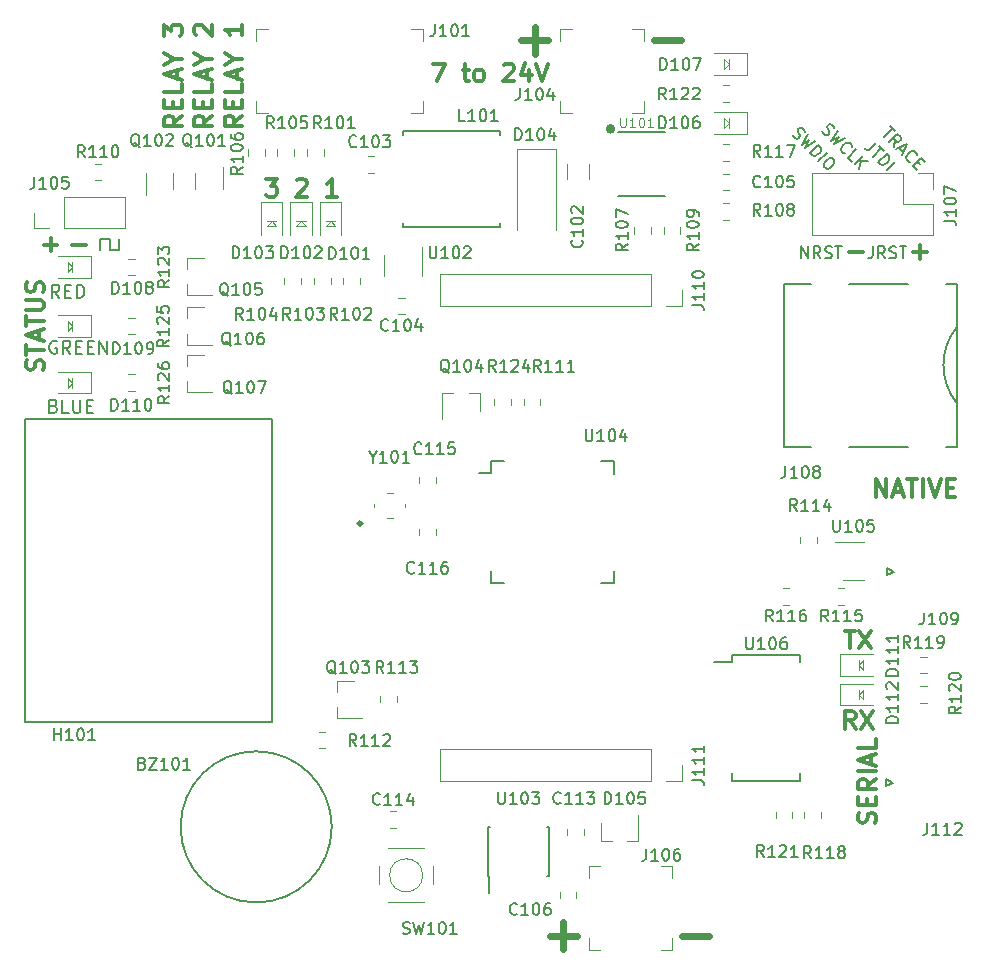
<source format=gto>
G04 #@! TF.GenerationSoftware,KiCad,Pcbnew,(5.0.0)*
G04 #@! TF.CreationDate,2019-07-14T20:37:54+10:00*
G04 #@! TF.ProjectId,reflow-oven-rev-001,7265666C6F772D6F76656E2D7265762D,A*
G04 #@! TF.SameCoordinates,Original*
G04 #@! TF.FileFunction,Legend,Top*
G04 #@! TF.FilePolarity,Positive*
%FSLAX46Y46*%
G04 Gerber Fmt 4.6, Leading zero omitted, Abs format (unit mm)*
G04 Created by KiCad (PCBNEW (5.0.0)) date 07/14/19 20:37:54*
%MOMM*%
%LPD*%
G01*
G04 APERTURE LIST*
%ADD10C,0.200000*%
%ADD11C,0.300000*%
%ADD12C,0.600000*%
%ADD13C,0.120000*%
%ADD14C,0.150000*%
%ADD15C,0.100000*%
%ADD16C,0.400000*%
G04 APERTURE END LIST*
D10*
X111655160Y-47680710D02*
X112059221Y-48084771D01*
X111150084Y-48589847D02*
X111857190Y-47882740D01*
X111991877Y-49431641D02*
X112092893Y-48859221D01*
X111587816Y-49027580D02*
X112294923Y-48320473D01*
X112564297Y-48589847D01*
X112597969Y-48690862D01*
X112597969Y-48758206D01*
X112564297Y-48859221D01*
X112463282Y-48960236D01*
X112362267Y-48993908D01*
X112294923Y-48993908D01*
X112193908Y-48960236D01*
X111924534Y-48690862D01*
X112463282Y-49498984D02*
X112800000Y-49835702D01*
X112193908Y-49633671D02*
X113136717Y-49162267D01*
X112665312Y-50105076D01*
X113372419Y-50677496D02*
X113305076Y-50677496D01*
X113170389Y-50610152D01*
X113103045Y-50542809D01*
X113035702Y-50408122D01*
X113035702Y-50273435D01*
X113069374Y-50172419D01*
X113170389Y-50004061D01*
X113271404Y-49903045D01*
X113439763Y-49802030D01*
X113540778Y-49768358D01*
X113675465Y-49768358D01*
X113810152Y-49835702D01*
X113877496Y-49903045D01*
X113944839Y-50037732D01*
X113944839Y-50105076D01*
X113978511Y-50677496D02*
X114214213Y-50913198D01*
X113944839Y-51384602D02*
X113608122Y-51047885D01*
X114315228Y-50340778D01*
X114651946Y-50677496D01*
X110496954Y-49122503D02*
X109991877Y-49627580D01*
X109857190Y-49694923D01*
X109722503Y-49694923D01*
X109587816Y-49627580D01*
X109520473Y-49560236D01*
X110732656Y-49358206D02*
X111136717Y-49762267D01*
X110227580Y-50267343D02*
X110934687Y-49560236D01*
X110665312Y-50705076D02*
X111372419Y-49997969D01*
X111540778Y-50166328D01*
X111608122Y-50301015D01*
X111608122Y-50435702D01*
X111574450Y-50536717D01*
X111473435Y-50705076D01*
X111372419Y-50806091D01*
X111204061Y-50907106D01*
X111103045Y-50940778D01*
X110968358Y-50940778D01*
X110833671Y-50873435D01*
X110665312Y-50705076D01*
X111372419Y-51412183D02*
X112079526Y-50705076D01*
X105914381Y-48086801D02*
X105981725Y-48221488D01*
X106150084Y-48389847D01*
X106251099Y-48423519D01*
X106318442Y-48423519D01*
X106419458Y-48389847D01*
X106486801Y-48322503D01*
X106520473Y-48221488D01*
X106520473Y-48154145D01*
X106486801Y-48053129D01*
X106385786Y-47884771D01*
X106352114Y-47783755D01*
X106352114Y-47716412D01*
X106385786Y-47615397D01*
X106453129Y-47548053D01*
X106554145Y-47514381D01*
X106621488Y-47514381D01*
X106722503Y-47548053D01*
X106890862Y-47716412D01*
X106958206Y-47851099D01*
X107227580Y-48053129D02*
X106688832Y-48928595D01*
X107328595Y-48558206D01*
X106958206Y-49197969D01*
X107833671Y-48659221D01*
X107867343Y-49972419D02*
X107800000Y-49972419D01*
X107665312Y-49905076D01*
X107597969Y-49837732D01*
X107530625Y-49703045D01*
X107530625Y-49568358D01*
X107564297Y-49467343D01*
X107665312Y-49298984D01*
X107766328Y-49197969D01*
X107934687Y-49096954D01*
X108035702Y-49063282D01*
X108170389Y-49063282D01*
X108305076Y-49130625D01*
X108372419Y-49197969D01*
X108439763Y-49332656D01*
X108439763Y-49400000D01*
X108439763Y-50679526D02*
X108103045Y-50342809D01*
X108810152Y-49635702D01*
X108675465Y-50915228D02*
X109382572Y-50208122D01*
X109079526Y-51319289D02*
X109180541Y-50612183D01*
X109786633Y-50612183D02*
X108978511Y-50612183D01*
X103415397Y-48387816D02*
X103482740Y-48522503D01*
X103651099Y-48690862D01*
X103752114Y-48724534D01*
X103819458Y-48724534D01*
X103920473Y-48690862D01*
X103987816Y-48623519D01*
X104021488Y-48522503D01*
X104021488Y-48455160D01*
X103987816Y-48354145D01*
X103886801Y-48185786D01*
X103853129Y-48084771D01*
X103853129Y-48017427D01*
X103886801Y-47916412D01*
X103954145Y-47849068D01*
X104055160Y-47815397D01*
X104122503Y-47815397D01*
X104223519Y-47849068D01*
X104391877Y-48017427D01*
X104459221Y-48152114D01*
X104728595Y-48354145D02*
X104189847Y-49229610D01*
X104829610Y-48859221D01*
X104459221Y-49498984D01*
X105334687Y-48960236D01*
X104896954Y-49936717D02*
X105604061Y-49229610D01*
X105772419Y-49397969D01*
X105839763Y-49532656D01*
X105839763Y-49667343D01*
X105806091Y-49768358D01*
X105705076Y-49936717D01*
X105604061Y-50037732D01*
X105435702Y-50138748D01*
X105334687Y-50172419D01*
X105200000Y-50172419D01*
X105065312Y-50105076D01*
X104896954Y-49936717D01*
X105604061Y-50643824D02*
X106311167Y-49936717D01*
X106782572Y-50408122D02*
X106917259Y-50542809D01*
X106950931Y-50643824D01*
X106950931Y-50778511D01*
X106849915Y-50946870D01*
X106614213Y-51182572D01*
X106445854Y-51283587D01*
X106311167Y-51283587D01*
X106210152Y-51249915D01*
X106075465Y-51115228D01*
X106041793Y-51014213D01*
X106041793Y-50879526D01*
X106142809Y-50711167D01*
X106378511Y-50475465D01*
X106546870Y-50374450D01*
X106681557Y-50374450D01*
X106782572Y-50408122D01*
X104157142Y-58852380D02*
X104157142Y-57852380D01*
X104728571Y-58852380D01*
X104728571Y-57852380D01*
X105776190Y-58852380D02*
X105442857Y-58376190D01*
X105204761Y-58852380D02*
X105204761Y-57852380D01*
X105585714Y-57852380D01*
X105680952Y-57900000D01*
X105728571Y-57947619D01*
X105776190Y-58042857D01*
X105776190Y-58185714D01*
X105728571Y-58280952D01*
X105680952Y-58328571D01*
X105585714Y-58376190D01*
X105204761Y-58376190D01*
X106157142Y-58804761D02*
X106300000Y-58852380D01*
X106538095Y-58852380D01*
X106633333Y-58804761D01*
X106680952Y-58757142D01*
X106728571Y-58661904D01*
X106728571Y-58566666D01*
X106680952Y-58471428D01*
X106633333Y-58423809D01*
X106538095Y-58376190D01*
X106347619Y-58328571D01*
X106252380Y-58280952D01*
X106204761Y-58233333D01*
X106157142Y-58138095D01*
X106157142Y-58042857D01*
X106204761Y-57947619D01*
X106252380Y-57900000D01*
X106347619Y-57852380D01*
X106585714Y-57852380D01*
X106728571Y-57900000D01*
X107014285Y-57852380D02*
X107585714Y-57852380D01*
X107300000Y-58852380D02*
X107300000Y-57852380D01*
X110185714Y-57852380D02*
X110185714Y-58566666D01*
X110138095Y-58709523D01*
X110042857Y-58804761D01*
X109900000Y-58852380D01*
X109804761Y-58852380D01*
X111233333Y-58852380D02*
X110900000Y-58376190D01*
X110661904Y-58852380D02*
X110661904Y-57852380D01*
X111042857Y-57852380D01*
X111138095Y-57900000D01*
X111185714Y-57947619D01*
X111233333Y-58042857D01*
X111233333Y-58185714D01*
X111185714Y-58280952D01*
X111138095Y-58328571D01*
X111042857Y-58376190D01*
X110661904Y-58376190D01*
X111614285Y-58804761D02*
X111757142Y-58852380D01*
X111995238Y-58852380D01*
X112090476Y-58804761D01*
X112138095Y-58757142D01*
X112185714Y-58661904D01*
X112185714Y-58566666D01*
X112138095Y-58471428D01*
X112090476Y-58423809D01*
X111995238Y-58376190D01*
X111804761Y-58328571D01*
X111709523Y-58280952D01*
X111661904Y-58233333D01*
X111614285Y-58138095D01*
X111614285Y-58042857D01*
X111661904Y-57947619D01*
X111709523Y-57900000D01*
X111804761Y-57852380D01*
X112042857Y-57852380D01*
X112185714Y-57900000D01*
X112471428Y-57852380D02*
X113042857Y-57852380D01*
X112757142Y-58852380D02*
X112757142Y-57852380D01*
D11*
X108228571Y-58307142D02*
X109371428Y-58307142D01*
X113628571Y-58307142D02*
X114771428Y-58307142D01*
X114200000Y-58878571D02*
X114200000Y-57735714D01*
D10*
X46400000Y-58200000D02*
X46400000Y-57200000D01*
X45600000Y-58200000D02*
X46400000Y-58200000D01*
X45600000Y-57200000D02*
X45600000Y-58200000D01*
X44800000Y-57200000D02*
X45600000Y-57200000D01*
X44800000Y-58200000D02*
X44800000Y-57200000D01*
D11*
X40028571Y-57707142D02*
X41171428Y-57707142D01*
X40600000Y-58278571D02*
X40600000Y-57135714D01*
X42428571Y-57707142D02*
X43571428Y-57707142D01*
X110407142Y-106664285D02*
X110478571Y-106450000D01*
X110478571Y-106092857D01*
X110407142Y-105950000D01*
X110335714Y-105878571D01*
X110192857Y-105807142D01*
X110050000Y-105807142D01*
X109907142Y-105878571D01*
X109835714Y-105950000D01*
X109764285Y-106092857D01*
X109692857Y-106378571D01*
X109621428Y-106521428D01*
X109550000Y-106592857D01*
X109407142Y-106664285D01*
X109264285Y-106664285D01*
X109121428Y-106592857D01*
X109050000Y-106521428D01*
X108978571Y-106378571D01*
X108978571Y-106021428D01*
X109050000Y-105807142D01*
X109692857Y-105164285D02*
X109692857Y-104664285D01*
X110478571Y-104450000D02*
X110478571Y-105164285D01*
X108978571Y-105164285D01*
X108978571Y-104450000D01*
X110478571Y-102950000D02*
X109764285Y-103450000D01*
X110478571Y-103807142D02*
X108978571Y-103807142D01*
X108978571Y-103235714D01*
X109050000Y-103092857D01*
X109121428Y-103021428D01*
X109264285Y-102950000D01*
X109478571Y-102950000D01*
X109621428Y-103021428D01*
X109692857Y-103092857D01*
X109764285Y-103235714D01*
X109764285Y-103807142D01*
X110478571Y-102307142D02*
X108978571Y-102307142D01*
X110050000Y-101664285D02*
X110050000Y-100950000D01*
X110478571Y-101807142D02*
X108978571Y-101307142D01*
X110478571Y-100807142D01*
X110478571Y-99592857D02*
X110478571Y-100307142D01*
X108978571Y-100307142D01*
X110478571Y-79078571D02*
X110478571Y-77578571D01*
X111335714Y-79078571D01*
X111335714Y-77578571D01*
X111978571Y-78650000D02*
X112692857Y-78650000D01*
X111835714Y-79078571D02*
X112335714Y-77578571D01*
X112835714Y-79078571D01*
X113121428Y-77578571D02*
X113978571Y-77578571D01*
X113550000Y-79078571D02*
X113550000Y-77578571D01*
X114478571Y-79078571D02*
X114478571Y-77578571D01*
X114978571Y-77578571D02*
X115478571Y-79078571D01*
X115978571Y-77578571D01*
X116478571Y-78292857D02*
X116978571Y-78292857D01*
X117192857Y-79078571D02*
X116478571Y-79078571D01*
X116478571Y-77578571D01*
X117192857Y-77578571D01*
D12*
X82857142Y-116214285D02*
X85142857Y-116214285D01*
X84000000Y-117357142D02*
X84000000Y-115071428D01*
X94057142Y-116214285D02*
X96342857Y-116214285D01*
D10*
X40859523Y-71371428D02*
X41016666Y-71423809D01*
X41069047Y-71476190D01*
X41121428Y-71580952D01*
X41121428Y-71738095D01*
X41069047Y-71842857D01*
X41016666Y-71895238D01*
X40911904Y-71947619D01*
X40492857Y-71947619D01*
X40492857Y-70847619D01*
X40859523Y-70847619D01*
X40964285Y-70900000D01*
X41016666Y-70952380D01*
X41069047Y-71057142D01*
X41069047Y-71161904D01*
X41016666Y-71266666D01*
X40964285Y-71319047D01*
X40859523Y-71371428D01*
X40492857Y-71371428D01*
X42116666Y-71947619D02*
X41592857Y-71947619D01*
X41592857Y-70847619D01*
X42483333Y-70847619D02*
X42483333Y-71738095D01*
X42535714Y-71842857D01*
X42588095Y-71895238D01*
X42692857Y-71947619D01*
X42902380Y-71947619D01*
X43007142Y-71895238D01*
X43059523Y-71842857D01*
X43111904Y-71738095D01*
X43111904Y-70847619D01*
X43635714Y-71371428D02*
X44002380Y-71371428D01*
X44159523Y-71947619D02*
X43635714Y-71947619D01*
X43635714Y-70847619D01*
X44159523Y-70847619D01*
X41116666Y-65900000D02*
X41011904Y-65847619D01*
X40854761Y-65847619D01*
X40697619Y-65900000D01*
X40592857Y-66004761D01*
X40540476Y-66109523D01*
X40488095Y-66319047D01*
X40488095Y-66476190D01*
X40540476Y-66685714D01*
X40592857Y-66790476D01*
X40697619Y-66895238D01*
X40854761Y-66947619D01*
X40959523Y-66947619D01*
X41116666Y-66895238D01*
X41169047Y-66842857D01*
X41169047Y-66476190D01*
X40959523Y-66476190D01*
X42269047Y-66947619D02*
X41902380Y-66423809D01*
X41640476Y-66947619D02*
X41640476Y-65847619D01*
X42059523Y-65847619D01*
X42164285Y-65900000D01*
X42216666Y-65952380D01*
X42269047Y-66057142D01*
X42269047Y-66214285D01*
X42216666Y-66319047D01*
X42164285Y-66371428D01*
X42059523Y-66423809D01*
X41640476Y-66423809D01*
X42740476Y-66371428D02*
X43107142Y-66371428D01*
X43264285Y-66947619D02*
X42740476Y-66947619D01*
X42740476Y-65847619D01*
X43264285Y-65847619D01*
X43735714Y-66371428D02*
X44102380Y-66371428D01*
X44259523Y-66947619D02*
X43735714Y-66947619D01*
X43735714Y-65847619D01*
X44259523Y-65847619D01*
X44730952Y-66947619D02*
X44730952Y-65847619D01*
X45359523Y-66947619D01*
X45359523Y-65847619D01*
X41342857Y-62197619D02*
X40976190Y-61673809D01*
X40714285Y-62197619D02*
X40714285Y-61097619D01*
X41133333Y-61097619D01*
X41238095Y-61150000D01*
X41290476Y-61202380D01*
X41342857Y-61307142D01*
X41342857Y-61464285D01*
X41290476Y-61569047D01*
X41238095Y-61621428D01*
X41133333Y-61673809D01*
X40714285Y-61673809D01*
X41814285Y-61621428D02*
X42180952Y-61621428D01*
X42338095Y-62197619D02*
X41814285Y-62197619D01*
X41814285Y-61097619D01*
X42338095Y-61097619D01*
X42809523Y-62197619D02*
X42809523Y-61097619D01*
X43071428Y-61097619D01*
X43228571Y-61150000D01*
X43333333Y-61254761D01*
X43385714Y-61359523D01*
X43438095Y-61569047D01*
X43438095Y-61726190D01*
X43385714Y-61935714D01*
X43333333Y-62040476D01*
X43228571Y-62145238D01*
X43071428Y-62197619D01*
X42809523Y-62197619D01*
D11*
X39957142Y-68314285D02*
X40028571Y-68100000D01*
X40028571Y-67742857D01*
X39957142Y-67600000D01*
X39885714Y-67528571D01*
X39742857Y-67457142D01*
X39600000Y-67457142D01*
X39457142Y-67528571D01*
X39385714Y-67600000D01*
X39314285Y-67742857D01*
X39242857Y-68028571D01*
X39171428Y-68171428D01*
X39100000Y-68242857D01*
X38957142Y-68314285D01*
X38814285Y-68314285D01*
X38671428Y-68242857D01*
X38600000Y-68171428D01*
X38528571Y-68028571D01*
X38528571Y-67671428D01*
X38600000Y-67457142D01*
X38528571Y-67028571D02*
X38528571Y-66171428D01*
X40028571Y-66600000D02*
X38528571Y-66600000D01*
X39600000Y-65742857D02*
X39600000Y-65028571D01*
X40028571Y-65885714D02*
X38528571Y-65385714D01*
X40028571Y-64885714D01*
X38528571Y-64600000D02*
X38528571Y-63742857D01*
X40028571Y-64171428D02*
X38528571Y-64171428D01*
X38528571Y-63242857D02*
X39742857Y-63242857D01*
X39885714Y-63171428D01*
X39957142Y-63100000D01*
X40028571Y-62957142D01*
X40028571Y-62671428D01*
X39957142Y-62528571D01*
X39885714Y-62457142D01*
X39742857Y-62385714D01*
X38528571Y-62385714D01*
X39957142Y-61742857D02*
X40028571Y-61528571D01*
X40028571Y-61171428D01*
X39957142Y-61028571D01*
X39885714Y-60957142D01*
X39742857Y-60885714D01*
X39600000Y-60885714D01*
X39457142Y-60957142D01*
X39385714Y-61028571D01*
X39314285Y-61171428D01*
X39242857Y-61457142D01*
X39171428Y-61600000D01*
X39100000Y-61671428D01*
X38957142Y-61742857D01*
X38814285Y-61742857D01*
X38671428Y-61671428D01*
X38600000Y-61600000D01*
X38528571Y-61457142D01*
X38528571Y-61100000D01*
X38600000Y-60885714D01*
X64828571Y-53628571D02*
X63971428Y-53628571D01*
X64400000Y-53628571D02*
X64400000Y-52128571D01*
X64257142Y-52342857D01*
X64114285Y-52485714D01*
X63971428Y-52557142D01*
X61421428Y-52271428D02*
X61492857Y-52200000D01*
X61635714Y-52128571D01*
X61992857Y-52128571D01*
X62135714Y-52200000D01*
X62207142Y-52271428D01*
X62278571Y-52414285D01*
X62278571Y-52557142D01*
X62207142Y-52771428D01*
X61350000Y-53628571D01*
X62278571Y-53628571D01*
X58850000Y-52128571D02*
X59778571Y-52128571D01*
X59278571Y-52700000D01*
X59492857Y-52700000D01*
X59635714Y-52771428D01*
X59707142Y-52842857D01*
X59778571Y-52985714D01*
X59778571Y-53342857D01*
X59707142Y-53485714D01*
X59635714Y-53557142D01*
X59492857Y-53628571D01*
X59064285Y-53628571D01*
X58921428Y-53557142D01*
X58850000Y-53485714D01*
X107857142Y-90378571D02*
X108714285Y-90378571D01*
X108285714Y-91878571D02*
X108285714Y-90378571D01*
X109071428Y-90378571D02*
X110071428Y-91878571D01*
X110071428Y-90378571D02*
X109071428Y-91878571D01*
X108750000Y-98678571D02*
X108250000Y-97964285D01*
X107892857Y-98678571D02*
X107892857Y-97178571D01*
X108464285Y-97178571D01*
X108607142Y-97250000D01*
X108678571Y-97321428D01*
X108750000Y-97464285D01*
X108750000Y-97678571D01*
X108678571Y-97821428D01*
X108607142Y-97892857D01*
X108464285Y-97964285D01*
X107892857Y-97964285D01*
X109250000Y-97178571D02*
X110250000Y-98678571D01*
X110250000Y-97178571D02*
X109250000Y-98678571D01*
X51728571Y-46792857D02*
X51014285Y-47292857D01*
X51728571Y-47650000D02*
X50228571Y-47650000D01*
X50228571Y-47078571D01*
X50300000Y-46935714D01*
X50371428Y-46864285D01*
X50514285Y-46792857D01*
X50728571Y-46792857D01*
X50871428Y-46864285D01*
X50942857Y-46935714D01*
X51014285Y-47078571D01*
X51014285Y-47650000D01*
X50942857Y-46150000D02*
X50942857Y-45650000D01*
X51728571Y-45435714D02*
X51728571Y-46150000D01*
X50228571Y-46150000D01*
X50228571Y-45435714D01*
X51728571Y-44078571D02*
X51728571Y-44792857D01*
X50228571Y-44792857D01*
X51300000Y-43650000D02*
X51300000Y-42935714D01*
X51728571Y-43792857D02*
X50228571Y-43292857D01*
X51728571Y-42792857D01*
X51014285Y-42007142D02*
X51728571Y-42007142D01*
X50228571Y-42507142D02*
X51014285Y-42007142D01*
X50228571Y-41507142D01*
X50228571Y-40007142D02*
X50228571Y-39078571D01*
X50800000Y-39578571D01*
X50800000Y-39364285D01*
X50871428Y-39221428D01*
X50942857Y-39150000D01*
X51085714Y-39078571D01*
X51442857Y-39078571D01*
X51585714Y-39150000D01*
X51657142Y-39221428D01*
X51728571Y-39364285D01*
X51728571Y-39792857D01*
X51657142Y-39935714D01*
X51585714Y-40007142D01*
X54278571Y-46792857D02*
X53564285Y-47292857D01*
X54278571Y-47650000D02*
X52778571Y-47650000D01*
X52778571Y-47078571D01*
X52850000Y-46935714D01*
X52921428Y-46864285D01*
X53064285Y-46792857D01*
X53278571Y-46792857D01*
X53421428Y-46864285D01*
X53492857Y-46935714D01*
X53564285Y-47078571D01*
X53564285Y-47650000D01*
X53492857Y-46150000D02*
X53492857Y-45650000D01*
X54278571Y-45435714D02*
X54278571Y-46150000D01*
X52778571Y-46150000D01*
X52778571Y-45435714D01*
X54278571Y-44078571D02*
X54278571Y-44792857D01*
X52778571Y-44792857D01*
X53850000Y-43650000D02*
X53850000Y-42935714D01*
X54278571Y-43792857D02*
X52778571Y-43292857D01*
X54278571Y-42792857D01*
X53564285Y-42007142D02*
X54278571Y-42007142D01*
X52778571Y-42507142D02*
X53564285Y-42007142D01*
X52778571Y-41507142D01*
X52921428Y-39935714D02*
X52850000Y-39864285D01*
X52778571Y-39721428D01*
X52778571Y-39364285D01*
X52850000Y-39221428D01*
X52921428Y-39150000D01*
X53064285Y-39078571D01*
X53207142Y-39078571D01*
X53421428Y-39150000D01*
X54278571Y-40007142D01*
X54278571Y-39078571D01*
X56828571Y-46792857D02*
X56114285Y-47292857D01*
X56828571Y-47650000D02*
X55328571Y-47650000D01*
X55328571Y-47078571D01*
X55400000Y-46935714D01*
X55471428Y-46864285D01*
X55614285Y-46792857D01*
X55828571Y-46792857D01*
X55971428Y-46864285D01*
X56042857Y-46935714D01*
X56114285Y-47078571D01*
X56114285Y-47650000D01*
X56042857Y-46150000D02*
X56042857Y-45650000D01*
X56828571Y-45435714D02*
X56828571Y-46150000D01*
X55328571Y-46150000D01*
X55328571Y-45435714D01*
X56828571Y-44078571D02*
X56828571Y-44792857D01*
X55328571Y-44792857D01*
X56400000Y-43650000D02*
X56400000Y-42935714D01*
X56828571Y-43792857D02*
X55328571Y-43292857D01*
X56828571Y-42792857D01*
X56114285Y-42007142D02*
X56828571Y-42007142D01*
X55328571Y-42507142D02*
X56114285Y-42007142D01*
X55328571Y-41507142D01*
X56828571Y-39078571D02*
X56828571Y-39935714D01*
X56828571Y-39507142D02*
X55328571Y-39507142D01*
X55542857Y-39650000D01*
X55685714Y-39792857D01*
X55757142Y-39935714D01*
D12*
X91657142Y-40414285D02*
X93942857Y-40414285D01*
X80457142Y-40414285D02*
X82742857Y-40414285D01*
X81600000Y-41557142D02*
X81600000Y-39271428D01*
D11*
X72978571Y-42378571D02*
X73978571Y-42378571D01*
X73335714Y-43878571D01*
X75478571Y-42878571D02*
X76050000Y-42878571D01*
X75692857Y-42378571D02*
X75692857Y-43664285D01*
X75764285Y-43807142D01*
X75907142Y-43878571D01*
X76050000Y-43878571D01*
X76764285Y-43878571D02*
X76621428Y-43807142D01*
X76550000Y-43735714D01*
X76478571Y-43592857D01*
X76478571Y-43164285D01*
X76550000Y-43021428D01*
X76621428Y-42950000D01*
X76764285Y-42878571D01*
X76978571Y-42878571D01*
X77121428Y-42950000D01*
X77192857Y-43021428D01*
X77264285Y-43164285D01*
X77264285Y-43592857D01*
X77192857Y-43735714D01*
X77121428Y-43807142D01*
X76978571Y-43878571D01*
X76764285Y-43878571D01*
X78978571Y-42521428D02*
X79050000Y-42450000D01*
X79192857Y-42378571D01*
X79550000Y-42378571D01*
X79692857Y-42450000D01*
X79764285Y-42521428D01*
X79835714Y-42664285D01*
X79835714Y-42807142D01*
X79764285Y-43021428D01*
X78907142Y-43878571D01*
X79835714Y-43878571D01*
X81121428Y-42878571D02*
X81121428Y-43878571D01*
X80764285Y-42307142D02*
X80407142Y-43378571D01*
X81335714Y-43378571D01*
X81692857Y-42378571D02*
X82192857Y-43878571D01*
X82692857Y-42378571D01*
D13*
G04 #@! TO.C,J111*
X94030000Y-101750000D02*
X94030000Y-103080000D01*
X94030000Y-103080000D02*
X92700000Y-103080000D01*
X91430000Y-103080000D02*
X73590000Y-103080000D01*
X73590000Y-100420000D02*
X73590000Y-103080000D01*
X91430000Y-100420000D02*
X73590000Y-100420000D01*
X91430000Y-100420000D02*
X91430000Y-103080000D01*
G04 #@! TO.C,J110*
X91430000Y-60220000D02*
X91430000Y-62880000D01*
X91430000Y-60220000D02*
X73590000Y-60220000D01*
X73590000Y-60220000D02*
X73590000Y-62880000D01*
X91430000Y-62880000D02*
X73590000Y-62880000D01*
X94030000Y-62880000D02*
X92700000Y-62880000D01*
X94030000Y-61550000D02*
X94030000Y-62880000D01*
D14*
G04 #@! TO.C,J112*
X111300000Y-102950000D02*
X111900000Y-103250000D01*
X111300000Y-103550000D02*
X111300000Y-102950000D01*
X111900000Y-103250000D02*
X111300000Y-103550000D01*
D13*
G04 #@! TO.C,J107*
X105050000Y-51670000D02*
X105050000Y-56870000D01*
X112730000Y-51670000D02*
X105050000Y-51670000D01*
X115330000Y-56870000D02*
X105050000Y-56870000D01*
X112730000Y-51670000D02*
X112730000Y-54270000D01*
X112730000Y-54270000D02*
X115330000Y-54270000D01*
X115330000Y-54270000D02*
X115330000Y-56870000D01*
X114000000Y-51670000D02*
X115330000Y-51670000D01*
X115330000Y-51670000D02*
X115330000Y-53000000D01*
D14*
G04 #@! TO.C,J109*
X112000000Y-85400000D02*
X111400000Y-85700000D01*
X111400000Y-85700000D02*
X111400000Y-85100000D01*
X111400000Y-85100000D02*
X112000000Y-85400000D01*
D13*
G04 #@! TO.C,U105*
X107650000Y-86060000D02*
X109450000Y-86060000D01*
X109450000Y-82840000D02*
X107000000Y-82840000D01*
D15*
G04 #@! TO.C,J104*
X90850000Y-45550000D02*
X90850000Y-46550000D01*
X90850000Y-46550000D02*
X89850000Y-46550000D01*
X84750000Y-46550000D02*
X83750000Y-46550000D01*
X83750000Y-46550000D02*
X83750000Y-45550000D01*
X83750000Y-40450000D02*
X83750000Y-39450000D01*
X83750000Y-39450000D02*
X84750000Y-39450000D01*
X90850000Y-40450000D02*
X90850000Y-39450000D01*
X90850000Y-39450000D02*
X89850000Y-39450000D01*
G04 #@! TO.C,J106*
X86150000Y-111350000D02*
X86150000Y-110350000D01*
X86150000Y-110350000D02*
X87150000Y-110350000D01*
X92250000Y-110350000D02*
X93250000Y-110350000D01*
X93250000Y-110350000D02*
X93250000Y-111350000D01*
X93250000Y-116450000D02*
X93250000Y-117450000D01*
X93250000Y-117450000D02*
X92250000Y-117450000D01*
X86150000Y-116450000D02*
X86150000Y-117450000D01*
X86150000Y-117450000D02*
X87150000Y-117450000D01*
G04 #@! TO.C,J101*
X72100000Y-45550000D02*
X72100000Y-46550000D01*
X72100000Y-46550000D02*
X71100000Y-46550000D01*
X59000000Y-46550000D02*
X58000000Y-46550000D01*
X58000000Y-45550000D02*
X58000000Y-46550000D01*
X58000000Y-40450000D02*
X58000000Y-39450000D01*
X58000000Y-39450000D02*
X59000000Y-39450000D01*
X72100000Y-40450000D02*
X72100000Y-39450000D01*
X72100000Y-39450000D02*
X71100000Y-39450000D01*
D10*
G04 #@! TO.C,BZ101*
X64400000Y-107000000D02*
G75*
G03X64400000Y-107000000I-6400000J0D01*
G01*
D13*
G04 #@! TO.C,C102*
X86160000Y-50910436D02*
X86160000Y-52114564D01*
X84340000Y-50910436D02*
X84340000Y-52114564D01*
G04 #@! TO.C,C103*
X67961252Y-51610000D02*
X67438748Y-51610000D01*
X67961252Y-50190000D02*
X67438748Y-50190000D01*
G04 #@! TO.C,C104*
X70561252Y-62190000D02*
X70038748Y-62190000D01*
X70561252Y-63610000D02*
X70038748Y-63610000D01*
G04 #@! TO.C,C105*
X97538748Y-51690000D02*
X98061252Y-51690000D01*
X97538748Y-53110000D02*
X98061252Y-53110000D01*
G04 #@! TO.C,C106*
X85110000Y-112488748D02*
X85110000Y-113011252D01*
X83690000Y-112488748D02*
X83690000Y-113011252D01*
G04 #@! TO.C,C113*
X85760000Y-107661252D02*
X85760000Y-107138748D01*
X84340000Y-107661252D02*
X84340000Y-107138748D01*
G04 #@! TO.C,C114*
X69338748Y-107060000D02*
X69861252Y-107060000D01*
X69338748Y-105640000D02*
X69861252Y-105640000D01*
G04 #@! TO.C,C115*
X71790000Y-77338748D02*
X71790000Y-77861252D01*
X73210000Y-77338748D02*
X73210000Y-77861252D01*
G04 #@! TO.C,C116*
X73210000Y-81738748D02*
X73210000Y-82261252D01*
X71790000Y-81738748D02*
X71790000Y-82261252D01*
D15*
G04 #@! TO.C,D101*
X63900000Y-56100000D02*
X64300000Y-55700000D01*
X64700000Y-56100000D02*
X63900000Y-56100000D01*
X64300000Y-55700000D02*
X64700000Y-56100000D01*
X64700000Y-55700000D02*
X63900000Y-55700000D01*
D13*
X63400000Y-54100000D02*
X63400000Y-56900000D01*
X65200000Y-54100000D02*
X63400000Y-54100000D01*
X65200000Y-56900000D02*
X65200000Y-54100000D01*
G04 #@! TO.C,D102*
X62700000Y-56900000D02*
X62700000Y-54100000D01*
X62700000Y-54100000D02*
X60900000Y-54100000D01*
X60900000Y-54100000D02*
X60900000Y-56900000D01*
D15*
X62200000Y-55700000D02*
X61400000Y-55700000D01*
X61800000Y-55700000D02*
X62200000Y-56100000D01*
X62200000Y-56100000D02*
X61400000Y-56100000D01*
X61400000Y-56100000D02*
X61800000Y-55700000D01*
G04 #@! TO.C,D103*
X58900000Y-56100000D02*
X59300000Y-55700000D01*
X59700000Y-56100000D02*
X58900000Y-56100000D01*
X59300000Y-55700000D02*
X59700000Y-56100000D01*
X59700000Y-55700000D02*
X58900000Y-55700000D01*
D13*
X58400000Y-54100000D02*
X58400000Y-56900000D01*
X60200000Y-54100000D02*
X58400000Y-54100000D01*
X60200000Y-56900000D02*
X60200000Y-54100000D01*
G04 #@! TO.C,D104*
X83350000Y-49600000D02*
X80050000Y-49600000D01*
X80050000Y-49600000D02*
X80050000Y-56500000D01*
X83350000Y-49600000D02*
X83350000Y-56500000D01*
G04 #@! TO.C,D105*
X87170000Y-108160000D02*
X88100000Y-108160000D01*
X90330000Y-108160000D02*
X89400000Y-108160000D01*
X90330000Y-108160000D02*
X90330000Y-106000000D01*
X87170000Y-108160000D02*
X87170000Y-106700000D01*
D15*
G04 #@! TO.C,D106*
X97600000Y-47000000D02*
X98000000Y-47400000D01*
X97600000Y-47800000D02*
X97600000Y-47000000D01*
X98000000Y-47400000D02*
X97600000Y-47800000D01*
X98000000Y-47800000D02*
X98000000Y-47000000D01*
D13*
X99600000Y-46500000D02*
X96800000Y-46500000D01*
X99600000Y-48300000D02*
X99600000Y-46500000D01*
X96800000Y-48300000D02*
X99600000Y-48300000D01*
G04 #@! TO.C,D107*
X96800000Y-43300000D02*
X99600000Y-43300000D01*
X99600000Y-43300000D02*
X99600000Y-41500000D01*
X99600000Y-41500000D02*
X96800000Y-41500000D01*
D15*
X98000000Y-42800000D02*
X98000000Y-42000000D01*
X98000000Y-42400000D02*
X97600000Y-42800000D01*
X97600000Y-42800000D02*
X97600000Y-42000000D01*
X97600000Y-42000000D02*
X98000000Y-42400000D01*
D13*
G04 #@! TO.C,D108*
X41250000Y-60500000D02*
X44050000Y-60500000D01*
X44050000Y-60500000D02*
X44050000Y-58700000D01*
X44050000Y-58700000D02*
X41250000Y-58700000D01*
D15*
X42450000Y-60000000D02*
X42450000Y-59200000D01*
X42450000Y-59600000D02*
X42050000Y-60000000D01*
X42050000Y-60000000D02*
X42050000Y-59200000D01*
X42050000Y-59200000D02*
X42450000Y-59600000D01*
G04 #@! TO.C,D109*
X42050000Y-64200000D02*
X42450000Y-64600000D01*
X42050000Y-65000000D02*
X42050000Y-64200000D01*
X42450000Y-64600000D02*
X42050000Y-65000000D01*
X42450000Y-65000000D02*
X42450000Y-64200000D01*
D13*
X44050000Y-63700000D02*
X41250000Y-63700000D01*
X44050000Y-65500000D02*
X44050000Y-63700000D01*
X41250000Y-65500000D02*
X44050000Y-65500000D01*
G04 #@! TO.C,D110*
X41250000Y-70300000D02*
X44050000Y-70300000D01*
X44050000Y-70300000D02*
X44050000Y-68500000D01*
X44050000Y-68500000D02*
X41250000Y-68500000D01*
D15*
X42450000Y-69800000D02*
X42450000Y-69000000D01*
X42450000Y-69400000D02*
X42050000Y-69800000D01*
X42050000Y-69800000D02*
X42050000Y-69000000D01*
X42050000Y-69000000D02*
X42450000Y-69400000D01*
G04 #@! TO.C,D111*
X109400000Y-93700000D02*
X109000000Y-93300000D01*
X109400000Y-92900000D02*
X109400000Y-93700000D01*
X109000000Y-93300000D02*
X109400000Y-92900000D01*
X109000000Y-92900000D02*
X109000000Y-93700000D01*
D13*
X107400000Y-94200000D02*
X110200000Y-94200000D01*
X107400000Y-92400000D02*
X107400000Y-94200000D01*
X110200000Y-92400000D02*
X107400000Y-92400000D01*
G04 #@! TO.C,D112*
X110200000Y-94900000D02*
X107400000Y-94900000D01*
X107400000Y-94900000D02*
X107400000Y-96700000D01*
X107400000Y-96700000D02*
X110200000Y-96700000D01*
D15*
X109000000Y-95400000D02*
X109000000Y-96200000D01*
X109000000Y-95800000D02*
X109400000Y-95400000D01*
X109400000Y-95400000D02*
X109400000Y-96200000D01*
X109400000Y-96200000D02*
X109000000Y-95800000D01*
D10*
G04 #@! TO.C,H101*
X59300000Y-98100000D02*
X38400000Y-98100000D01*
X38400000Y-98100000D02*
X38400000Y-72500000D01*
X38400000Y-72500000D02*
X59300000Y-72500000D01*
X59300000Y-72500000D02*
X59300000Y-98100000D01*
D13*
G04 #@! TO.C,J105*
X46910000Y-56330000D02*
X46910000Y-53670000D01*
X41770000Y-56330000D02*
X46910000Y-56330000D01*
X41770000Y-53670000D02*
X46910000Y-53670000D01*
X41770000Y-56330000D02*
X41770000Y-53670000D01*
X40500000Y-56330000D02*
X39170000Y-56330000D01*
X39170000Y-56330000D02*
X39170000Y-55000000D01*
D10*
G04 #@! TO.C,J108*
X102650000Y-61000000D02*
X105000000Y-61000000D01*
X102650000Y-61000000D02*
X102650000Y-74800000D01*
X102650000Y-74800000D02*
X105000000Y-74800000D01*
X108200000Y-61000000D02*
X113200000Y-61000000D01*
X108200000Y-74800000D02*
X113200000Y-74800000D01*
X116400000Y-74800000D02*
X117300000Y-74800000D01*
X117300000Y-74800000D02*
X117300000Y-61000000D01*
X117300000Y-61000000D02*
X116400000Y-61000000D01*
X117300001Y-71099999D02*
G75*
G02X117300001Y-64700001I4049999J3199999D01*
G01*
G04 #@! TO.C,L101*
X78650000Y-48450000D02*
X78650000Y-48050000D01*
X78650000Y-48050000D02*
X70450000Y-48050000D01*
X70450000Y-48050000D02*
X70450000Y-48450000D01*
X78650000Y-55850000D02*
X78650000Y-56250000D01*
X78650000Y-56250000D02*
X70450000Y-56250000D01*
X70450000Y-56250000D02*
X70450000Y-55850000D01*
D13*
G04 #@! TO.C,Q101*
X52840000Y-51600000D02*
X52840000Y-53000000D01*
X55160000Y-53000000D02*
X55160000Y-51100000D01*
G04 #@! TO.C,Q102*
X48640000Y-51600000D02*
X48640000Y-53500000D01*
X50960000Y-53000000D02*
X50960000Y-51600000D01*
G04 #@! TO.C,Q103*
X64840000Y-94620000D02*
X66300000Y-94620000D01*
X64840000Y-97780000D02*
X67000000Y-97780000D01*
X64840000Y-97780000D02*
X64840000Y-96850000D01*
X64840000Y-94620000D02*
X64840000Y-95550000D01*
G04 #@! TO.C,Q104*
X76930000Y-70290000D02*
X76930000Y-71750000D01*
X73770000Y-70290000D02*
X73770000Y-72450000D01*
X73770000Y-70290000D02*
X74700000Y-70290000D01*
X76930000Y-70290000D02*
X76000000Y-70290000D01*
G04 #@! TO.C,Q105*
X52140000Y-58820000D02*
X52140000Y-59750000D01*
X52140000Y-61980000D02*
X52140000Y-61050000D01*
X52140000Y-61980000D02*
X54300000Y-61980000D01*
X52140000Y-58820000D02*
X53600000Y-58820000D01*
G04 #@! TO.C,Q106*
X52140000Y-63020000D02*
X53600000Y-63020000D01*
X52140000Y-66180000D02*
X54300000Y-66180000D01*
X52140000Y-66180000D02*
X52140000Y-65250000D01*
X52140000Y-63020000D02*
X52140000Y-63950000D01*
G04 #@! TO.C,Q107*
X52140000Y-67020000D02*
X52140000Y-67950000D01*
X52140000Y-70180000D02*
X52140000Y-69250000D01*
X52140000Y-70180000D02*
X54300000Y-70180000D01*
X52140000Y-67020000D02*
X53600000Y-67020000D01*
G04 #@! TO.C,R101*
X62290000Y-50161252D02*
X62290000Y-49638748D01*
X63710000Y-50161252D02*
X63710000Y-49638748D01*
G04 #@! TO.C,R102*
X66810000Y-61061252D02*
X66810000Y-60538748D01*
X65390000Y-61061252D02*
X65390000Y-60538748D01*
G04 #@! TO.C,R103*
X62890000Y-61061252D02*
X62890000Y-60538748D01*
X64310000Y-61061252D02*
X64310000Y-60538748D01*
G04 #@! TO.C,R104*
X60390000Y-61061252D02*
X60390000Y-60538748D01*
X61810000Y-61061252D02*
X61810000Y-60538748D01*
G04 #@! TO.C,R105*
X59790000Y-50161252D02*
X59790000Y-49638748D01*
X61210000Y-50161252D02*
X61210000Y-49638748D01*
G04 #@! TO.C,R106*
X58710000Y-50161252D02*
X58710000Y-49638748D01*
X57290000Y-50161252D02*
X57290000Y-49638748D01*
G04 #@! TO.C,R107*
X89990000Y-56761252D02*
X89990000Y-56238748D01*
X91410000Y-56761252D02*
X91410000Y-56238748D01*
G04 #@! TO.C,R108*
X98061252Y-55610000D02*
X97538748Y-55610000D01*
X98061252Y-54190000D02*
X97538748Y-54190000D01*
G04 #@! TO.C,R109*
X92490000Y-56238748D02*
X92490000Y-56761252D01*
X93910000Y-56238748D02*
X93910000Y-56761252D01*
G04 #@! TO.C,R110*
X44861252Y-50840000D02*
X44338748Y-50840000D01*
X44861252Y-52260000D02*
X44338748Y-52260000D01*
G04 #@! TO.C,R111*
X80640000Y-71311252D02*
X80640000Y-70788748D01*
X82060000Y-71311252D02*
X82060000Y-70788748D01*
G04 #@! TO.C,R112*
X63338748Y-100360000D02*
X63861252Y-100360000D01*
X63338748Y-98940000D02*
X63861252Y-98940000D01*
G04 #@! TO.C,R113*
X68490000Y-96461252D02*
X68490000Y-95938748D01*
X69910000Y-96461252D02*
X69910000Y-95938748D01*
G04 #@! TO.C,R114*
X104040000Y-82463748D02*
X104040000Y-82986252D01*
X105460000Y-82463748D02*
X105460000Y-82986252D01*
G04 #@! TO.C,R115*
X107811252Y-88210000D02*
X107288748Y-88210000D01*
X107811252Y-86790000D02*
X107288748Y-86790000D01*
G04 #@! TO.C,R116*
X103111252Y-86790000D02*
X102588748Y-86790000D01*
X103111252Y-88210000D02*
X102588748Y-88210000D01*
G04 #@! TO.C,R117*
X98061252Y-49190000D02*
X97538748Y-49190000D01*
X98061252Y-50610000D02*
X97538748Y-50610000D01*
G04 #@! TO.C,R118*
X105845480Y-106261252D02*
X105845480Y-105738748D01*
X104425480Y-106261252D02*
X104425480Y-105738748D01*
G04 #@! TO.C,R119*
X114761252Y-94010000D02*
X114238748Y-94010000D01*
X114761252Y-92590000D02*
X114238748Y-92590000D01*
G04 #@! TO.C,R120*
X114761252Y-95090000D02*
X114238748Y-95090000D01*
X114761252Y-96510000D02*
X114238748Y-96510000D01*
G04 #@! TO.C,R121*
X101990000Y-105738748D02*
X101990000Y-106261252D01*
X103410000Y-105738748D02*
X103410000Y-106261252D01*
G04 #@! TO.C,R122*
X98061252Y-45610000D02*
X97538748Y-45610000D01*
X98061252Y-44190000D02*
X97538748Y-44190000D01*
G04 #@! TO.C,R123*
X47188748Y-58890000D02*
X47711252Y-58890000D01*
X47188748Y-60310000D02*
X47711252Y-60310000D01*
G04 #@! TO.C,R124*
X78140000Y-71311252D02*
X78140000Y-70788748D01*
X79560000Y-71311252D02*
X79560000Y-70788748D01*
G04 #@! TO.C,R125*
X47188748Y-65310000D02*
X47711252Y-65310000D01*
X47188748Y-63890000D02*
X47711252Y-63890000D01*
G04 #@! TO.C,R126*
X47188748Y-70110000D02*
X47711252Y-70110000D01*
X47188748Y-68690000D02*
X47711252Y-68690000D01*
D15*
G04 #@! TO.C,SW101*
X72100000Y-111100000D02*
G75*
G03X72100000Y-111100000I-1400000J0D01*
G01*
X72200000Y-113400000D02*
X69200000Y-113400000D01*
X68400000Y-111850000D02*
X68400000Y-110350000D01*
X69200000Y-108800000D02*
X72200000Y-108800000D01*
X73000000Y-111850000D02*
X73000000Y-110350000D01*
D16*
G04 #@! TO.C,U101*
X88200000Y-47900000D02*
G75*
G03X88200000Y-47900000I-200000J0D01*
G01*
D10*
X88600000Y-53600000D02*
X92600000Y-53600000D01*
X88600000Y-48200000D02*
X92600000Y-48200000D01*
D13*
G04 #@! TO.C,U102*
X68790000Y-58550000D02*
X68790000Y-60350000D01*
X72010000Y-60350000D02*
X72010000Y-57900000D01*
D14*
G04 #@! TO.C,U103*
X77625000Y-111175000D02*
X77675000Y-111175000D01*
X77625000Y-107025000D02*
X77770000Y-107025000D01*
X82775000Y-107025000D02*
X82630000Y-107025000D01*
X82775000Y-111175000D02*
X82630000Y-111175000D01*
X77625000Y-111175000D02*
X77625000Y-107025000D01*
X82775000Y-111175000D02*
X82775000Y-107025000D01*
X77675000Y-111175000D02*
X77675000Y-112575000D01*
G04 #@! TO.C,U104*
X77925000Y-76025000D02*
X77925000Y-77025000D01*
X88275000Y-76025000D02*
X88275000Y-77100000D01*
X88275000Y-86375000D02*
X88275000Y-85300000D01*
X77925000Y-86375000D02*
X77925000Y-85300000D01*
X77925000Y-76025000D02*
X79000000Y-76025000D01*
X77925000Y-86375000D02*
X79000000Y-86375000D01*
X88275000Y-86375000D02*
X87200000Y-86375000D01*
X88275000Y-76025000D02*
X87200000Y-76025000D01*
X77925000Y-77025000D02*
X76900000Y-77025000D01*
G04 #@! TO.C,U106*
X98325000Y-92425000D02*
X98325000Y-93000000D01*
X104075000Y-92425000D02*
X104075000Y-93075000D01*
X104075000Y-103075000D02*
X104075000Y-102425000D01*
X98325000Y-103075000D02*
X98325000Y-102425000D01*
X98325000Y-92425000D02*
X104075000Y-92425000D01*
X98325000Y-103075000D02*
X104075000Y-103075000D01*
X98325000Y-93000000D02*
X96725000Y-93000000D01*
D15*
G04 #@! TO.C,Y101*
X69050000Y-78750000D02*
X69550000Y-78750000D01*
X69050000Y-80850000D02*
X69550000Y-80850000D01*
X68000000Y-79950000D02*
X68000000Y-79650000D01*
X70600000Y-79950000D02*
X70600000Y-79650000D01*
D11*
X66950000Y-81300000D02*
G75*
G03X66950000Y-81300000I-150000J0D01*
G01*
G04 #@! TO.C,J111*
D14*
X94922380Y-103035714D02*
X95636666Y-103035714D01*
X95779523Y-103083333D01*
X95874761Y-103178571D01*
X95922380Y-103321428D01*
X95922380Y-103416666D01*
X95922380Y-102035714D02*
X95922380Y-102607142D01*
X95922380Y-102321428D02*
X94922380Y-102321428D01*
X95065238Y-102416666D01*
X95160476Y-102511904D01*
X95208095Y-102607142D01*
X95922380Y-101083333D02*
X95922380Y-101654761D01*
X95922380Y-101369047D02*
X94922380Y-101369047D01*
X95065238Y-101464285D01*
X95160476Y-101559523D01*
X95208095Y-101654761D01*
X95922380Y-100130952D02*
X95922380Y-100702380D01*
X95922380Y-100416666D02*
X94922380Y-100416666D01*
X95065238Y-100511904D01*
X95160476Y-100607142D01*
X95208095Y-100702380D01*
G04 #@! TO.C,J110*
X94922380Y-62835714D02*
X95636666Y-62835714D01*
X95779523Y-62883333D01*
X95874761Y-62978571D01*
X95922380Y-63121428D01*
X95922380Y-63216666D01*
X95922380Y-61835714D02*
X95922380Y-62407142D01*
X95922380Y-62121428D02*
X94922380Y-62121428D01*
X95065238Y-62216666D01*
X95160476Y-62311904D01*
X95208095Y-62407142D01*
X95922380Y-60883333D02*
X95922380Y-61454761D01*
X95922380Y-61169047D02*
X94922380Y-61169047D01*
X95065238Y-61264285D01*
X95160476Y-61359523D01*
X95208095Y-61454761D01*
X94922380Y-60264285D02*
X94922380Y-60169047D01*
X94970000Y-60073809D01*
X95017619Y-60026190D01*
X95112857Y-59978571D01*
X95303333Y-59930952D01*
X95541428Y-59930952D01*
X95731904Y-59978571D01*
X95827142Y-60026190D01*
X95874761Y-60073809D01*
X95922380Y-60169047D01*
X95922380Y-60264285D01*
X95874761Y-60359523D01*
X95827142Y-60407142D01*
X95731904Y-60454761D01*
X95541428Y-60502380D01*
X95303333Y-60502380D01*
X95112857Y-60454761D01*
X95017619Y-60407142D01*
X94970000Y-60359523D01*
X94922380Y-60264285D01*
G04 #@! TO.C,J112*
X114814285Y-106652380D02*
X114814285Y-107366666D01*
X114766666Y-107509523D01*
X114671428Y-107604761D01*
X114528571Y-107652380D01*
X114433333Y-107652380D01*
X115814285Y-107652380D02*
X115242857Y-107652380D01*
X115528571Y-107652380D02*
X115528571Y-106652380D01*
X115433333Y-106795238D01*
X115338095Y-106890476D01*
X115242857Y-106938095D01*
X116766666Y-107652380D02*
X116195238Y-107652380D01*
X116480952Y-107652380D02*
X116480952Y-106652380D01*
X116385714Y-106795238D01*
X116290476Y-106890476D01*
X116195238Y-106938095D01*
X117147619Y-106747619D02*
X117195238Y-106700000D01*
X117290476Y-106652380D01*
X117528571Y-106652380D01*
X117623809Y-106700000D01*
X117671428Y-106747619D01*
X117719047Y-106842857D01*
X117719047Y-106938095D01*
X117671428Y-107080952D01*
X117100000Y-107652380D01*
X117719047Y-107652380D01*
G04 #@! TO.C,J107*
X116252380Y-55685714D02*
X116966666Y-55685714D01*
X117109523Y-55733333D01*
X117204761Y-55828571D01*
X117252380Y-55971428D01*
X117252380Y-56066666D01*
X117252380Y-54685714D02*
X117252380Y-55257142D01*
X117252380Y-54971428D02*
X116252380Y-54971428D01*
X116395238Y-55066666D01*
X116490476Y-55161904D01*
X116538095Y-55257142D01*
X116252380Y-54066666D02*
X116252380Y-53971428D01*
X116300000Y-53876190D01*
X116347619Y-53828571D01*
X116442857Y-53780952D01*
X116633333Y-53733333D01*
X116871428Y-53733333D01*
X117061904Y-53780952D01*
X117157142Y-53828571D01*
X117204761Y-53876190D01*
X117252380Y-53971428D01*
X117252380Y-54066666D01*
X117204761Y-54161904D01*
X117157142Y-54209523D01*
X117061904Y-54257142D01*
X116871428Y-54304761D01*
X116633333Y-54304761D01*
X116442857Y-54257142D01*
X116347619Y-54209523D01*
X116300000Y-54161904D01*
X116252380Y-54066666D01*
X116252380Y-53400000D02*
X116252380Y-52733333D01*
X117252380Y-53161904D01*
G04 #@! TO.C,J109*
X114514285Y-88852380D02*
X114514285Y-89566666D01*
X114466666Y-89709523D01*
X114371428Y-89804761D01*
X114228571Y-89852380D01*
X114133333Y-89852380D01*
X115514285Y-89852380D02*
X114942857Y-89852380D01*
X115228571Y-89852380D02*
X115228571Y-88852380D01*
X115133333Y-88995238D01*
X115038095Y-89090476D01*
X114942857Y-89138095D01*
X116133333Y-88852380D02*
X116228571Y-88852380D01*
X116323809Y-88900000D01*
X116371428Y-88947619D01*
X116419047Y-89042857D01*
X116466666Y-89233333D01*
X116466666Y-89471428D01*
X116419047Y-89661904D01*
X116371428Y-89757142D01*
X116323809Y-89804761D01*
X116228571Y-89852380D01*
X116133333Y-89852380D01*
X116038095Y-89804761D01*
X115990476Y-89757142D01*
X115942857Y-89661904D01*
X115895238Y-89471428D01*
X115895238Y-89233333D01*
X115942857Y-89042857D01*
X115990476Y-88947619D01*
X116038095Y-88900000D01*
X116133333Y-88852380D01*
X116942857Y-89852380D02*
X117133333Y-89852380D01*
X117228571Y-89804761D01*
X117276190Y-89757142D01*
X117371428Y-89614285D01*
X117419047Y-89423809D01*
X117419047Y-89042857D01*
X117371428Y-88947619D01*
X117323809Y-88900000D01*
X117228571Y-88852380D01*
X117038095Y-88852380D01*
X116942857Y-88900000D01*
X116895238Y-88947619D01*
X116847619Y-89042857D01*
X116847619Y-89280952D01*
X116895238Y-89376190D01*
X116942857Y-89423809D01*
X117038095Y-89471428D01*
X117228571Y-89471428D01*
X117323809Y-89423809D01*
X117371428Y-89376190D01*
X117419047Y-89280952D01*
G04 #@! TO.C,U105*
X106835714Y-81002380D02*
X106835714Y-81811904D01*
X106883333Y-81907142D01*
X106930952Y-81954761D01*
X107026190Y-82002380D01*
X107216666Y-82002380D01*
X107311904Y-81954761D01*
X107359523Y-81907142D01*
X107407142Y-81811904D01*
X107407142Y-81002380D01*
X108407142Y-82002380D02*
X107835714Y-82002380D01*
X108121428Y-82002380D02*
X108121428Y-81002380D01*
X108026190Y-81145238D01*
X107930952Y-81240476D01*
X107835714Y-81288095D01*
X109026190Y-81002380D02*
X109121428Y-81002380D01*
X109216666Y-81050000D01*
X109264285Y-81097619D01*
X109311904Y-81192857D01*
X109359523Y-81383333D01*
X109359523Y-81621428D01*
X109311904Y-81811904D01*
X109264285Y-81907142D01*
X109216666Y-81954761D01*
X109121428Y-82002380D01*
X109026190Y-82002380D01*
X108930952Y-81954761D01*
X108883333Y-81907142D01*
X108835714Y-81811904D01*
X108788095Y-81621428D01*
X108788095Y-81383333D01*
X108835714Y-81192857D01*
X108883333Y-81097619D01*
X108930952Y-81050000D01*
X109026190Y-81002380D01*
X110264285Y-81002380D02*
X109788095Y-81002380D01*
X109740476Y-81478571D01*
X109788095Y-81430952D01*
X109883333Y-81383333D01*
X110121428Y-81383333D01*
X110216666Y-81430952D01*
X110264285Y-81478571D01*
X110311904Y-81573809D01*
X110311904Y-81811904D01*
X110264285Y-81907142D01*
X110216666Y-81954761D01*
X110121428Y-82002380D01*
X109883333Y-82002380D01*
X109788095Y-81954761D01*
X109740476Y-81907142D01*
G04 #@! TO.C,J104*
X80314285Y-44452380D02*
X80314285Y-45166666D01*
X80266666Y-45309523D01*
X80171428Y-45404761D01*
X80028571Y-45452380D01*
X79933333Y-45452380D01*
X81314285Y-45452380D02*
X80742857Y-45452380D01*
X81028571Y-45452380D02*
X81028571Y-44452380D01*
X80933333Y-44595238D01*
X80838095Y-44690476D01*
X80742857Y-44738095D01*
X81933333Y-44452380D02*
X82028571Y-44452380D01*
X82123809Y-44500000D01*
X82171428Y-44547619D01*
X82219047Y-44642857D01*
X82266666Y-44833333D01*
X82266666Y-45071428D01*
X82219047Y-45261904D01*
X82171428Y-45357142D01*
X82123809Y-45404761D01*
X82028571Y-45452380D01*
X81933333Y-45452380D01*
X81838095Y-45404761D01*
X81790476Y-45357142D01*
X81742857Y-45261904D01*
X81695238Y-45071428D01*
X81695238Y-44833333D01*
X81742857Y-44642857D01*
X81790476Y-44547619D01*
X81838095Y-44500000D01*
X81933333Y-44452380D01*
X83123809Y-44785714D02*
X83123809Y-45452380D01*
X82885714Y-44404761D02*
X82647619Y-45119047D01*
X83266666Y-45119047D01*
G04 #@! TO.C,J106*
X91014285Y-108852380D02*
X91014285Y-109566666D01*
X90966666Y-109709523D01*
X90871428Y-109804761D01*
X90728571Y-109852380D01*
X90633333Y-109852380D01*
X92014285Y-109852380D02*
X91442857Y-109852380D01*
X91728571Y-109852380D02*
X91728571Y-108852380D01*
X91633333Y-108995238D01*
X91538095Y-109090476D01*
X91442857Y-109138095D01*
X92633333Y-108852380D02*
X92728571Y-108852380D01*
X92823809Y-108900000D01*
X92871428Y-108947619D01*
X92919047Y-109042857D01*
X92966666Y-109233333D01*
X92966666Y-109471428D01*
X92919047Y-109661904D01*
X92871428Y-109757142D01*
X92823809Y-109804761D01*
X92728571Y-109852380D01*
X92633333Y-109852380D01*
X92538095Y-109804761D01*
X92490476Y-109757142D01*
X92442857Y-109661904D01*
X92395238Y-109471428D01*
X92395238Y-109233333D01*
X92442857Y-109042857D01*
X92490476Y-108947619D01*
X92538095Y-108900000D01*
X92633333Y-108852380D01*
X93823809Y-108852380D02*
X93633333Y-108852380D01*
X93538095Y-108900000D01*
X93490476Y-108947619D01*
X93395238Y-109090476D01*
X93347619Y-109280952D01*
X93347619Y-109661904D01*
X93395238Y-109757142D01*
X93442857Y-109804761D01*
X93538095Y-109852380D01*
X93728571Y-109852380D01*
X93823809Y-109804761D01*
X93871428Y-109757142D01*
X93919047Y-109661904D01*
X93919047Y-109423809D01*
X93871428Y-109328571D01*
X93823809Y-109280952D01*
X93728571Y-109233333D01*
X93538095Y-109233333D01*
X93442857Y-109280952D01*
X93395238Y-109328571D01*
X93347619Y-109423809D01*
G04 #@! TO.C,J101*
X73114285Y-39052380D02*
X73114285Y-39766666D01*
X73066666Y-39909523D01*
X72971428Y-40004761D01*
X72828571Y-40052380D01*
X72733333Y-40052380D01*
X74114285Y-40052380D02*
X73542857Y-40052380D01*
X73828571Y-40052380D02*
X73828571Y-39052380D01*
X73733333Y-39195238D01*
X73638095Y-39290476D01*
X73542857Y-39338095D01*
X74733333Y-39052380D02*
X74828571Y-39052380D01*
X74923809Y-39100000D01*
X74971428Y-39147619D01*
X75019047Y-39242857D01*
X75066666Y-39433333D01*
X75066666Y-39671428D01*
X75019047Y-39861904D01*
X74971428Y-39957142D01*
X74923809Y-40004761D01*
X74828571Y-40052380D01*
X74733333Y-40052380D01*
X74638095Y-40004761D01*
X74590476Y-39957142D01*
X74542857Y-39861904D01*
X74495238Y-39671428D01*
X74495238Y-39433333D01*
X74542857Y-39242857D01*
X74590476Y-39147619D01*
X74638095Y-39100000D01*
X74733333Y-39052380D01*
X76019047Y-40052380D02*
X75447619Y-40052380D01*
X75733333Y-40052380D02*
X75733333Y-39052380D01*
X75638095Y-39195238D01*
X75542857Y-39290476D01*
X75447619Y-39338095D01*
G04 #@! TO.C,BZ101*
X48366666Y-101628571D02*
X48509523Y-101676190D01*
X48557142Y-101723809D01*
X48604761Y-101819047D01*
X48604761Y-101961904D01*
X48557142Y-102057142D01*
X48509523Y-102104761D01*
X48414285Y-102152380D01*
X48033333Y-102152380D01*
X48033333Y-101152380D01*
X48366666Y-101152380D01*
X48461904Y-101200000D01*
X48509523Y-101247619D01*
X48557142Y-101342857D01*
X48557142Y-101438095D01*
X48509523Y-101533333D01*
X48461904Y-101580952D01*
X48366666Y-101628571D01*
X48033333Y-101628571D01*
X48938095Y-101152380D02*
X49604761Y-101152380D01*
X48938095Y-102152380D01*
X49604761Y-102152380D01*
X50509523Y-102152380D02*
X49938095Y-102152380D01*
X50223809Y-102152380D02*
X50223809Y-101152380D01*
X50128571Y-101295238D01*
X50033333Y-101390476D01*
X49938095Y-101438095D01*
X51128571Y-101152380D02*
X51223809Y-101152380D01*
X51319047Y-101200000D01*
X51366666Y-101247619D01*
X51414285Y-101342857D01*
X51461904Y-101533333D01*
X51461904Y-101771428D01*
X51414285Y-101961904D01*
X51366666Y-102057142D01*
X51319047Y-102104761D01*
X51223809Y-102152380D01*
X51128571Y-102152380D01*
X51033333Y-102104761D01*
X50985714Y-102057142D01*
X50938095Y-101961904D01*
X50890476Y-101771428D01*
X50890476Y-101533333D01*
X50938095Y-101342857D01*
X50985714Y-101247619D01*
X51033333Y-101200000D01*
X51128571Y-101152380D01*
X52414285Y-102152380D02*
X51842857Y-102152380D01*
X52128571Y-102152380D02*
X52128571Y-101152380D01*
X52033333Y-101295238D01*
X51938095Y-101390476D01*
X51842857Y-101438095D01*
G04 #@! TO.C,C102*
X85557142Y-57319047D02*
X85604761Y-57366666D01*
X85652380Y-57509523D01*
X85652380Y-57604761D01*
X85604761Y-57747619D01*
X85509523Y-57842857D01*
X85414285Y-57890476D01*
X85223809Y-57938095D01*
X85080952Y-57938095D01*
X84890476Y-57890476D01*
X84795238Y-57842857D01*
X84700000Y-57747619D01*
X84652380Y-57604761D01*
X84652380Y-57509523D01*
X84700000Y-57366666D01*
X84747619Y-57319047D01*
X85652380Y-56366666D02*
X85652380Y-56938095D01*
X85652380Y-56652380D02*
X84652380Y-56652380D01*
X84795238Y-56747619D01*
X84890476Y-56842857D01*
X84938095Y-56938095D01*
X84652380Y-55747619D02*
X84652380Y-55652380D01*
X84700000Y-55557142D01*
X84747619Y-55509523D01*
X84842857Y-55461904D01*
X85033333Y-55414285D01*
X85271428Y-55414285D01*
X85461904Y-55461904D01*
X85557142Y-55509523D01*
X85604761Y-55557142D01*
X85652380Y-55652380D01*
X85652380Y-55747619D01*
X85604761Y-55842857D01*
X85557142Y-55890476D01*
X85461904Y-55938095D01*
X85271428Y-55985714D01*
X85033333Y-55985714D01*
X84842857Y-55938095D01*
X84747619Y-55890476D01*
X84700000Y-55842857D01*
X84652380Y-55747619D01*
X84747619Y-55033333D02*
X84700000Y-54985714D01*
X84652380Y-54890476D01*
X84652380Y-54652380D01*
X84700000Y-54557142D01*
X84747619Y-54509523D01*
X84842857Y-54461904D01*
X84938095Y-54461904D01*
X85080952Y-54509523D01*
X85652380Y-55080952D01*
X85652380Y-54461904D01*
G04 #@! TO.C,C103*
X66480952Y-49357142D02*
X66433333Y-49404761D01*
X66290476Y-49452380D01*
X66195238Y-49452380D01*
X66052380Y-49404761D01*
X65957142Y-49309523D01*
X65909523Y-49214285D01*
X65861904Y-49023809D01*
X65861904Y-48880952D01*
X65909523Y-48690476D01*
X65957142Y-48595238D01*
X66052380Y-48500000D01*
X66195238Y-48452380D01*
X66290476Y-48452380D01*
X66433333Y-48500000D01*
X66480952Y-48547619D01*
X67433333Y-49452380D02*
X66861904Y-49452380D01*
X67147619Y-49452380D02*
X67147619Y-48452380D01*
X67052380Y-48595238D01*
X66957142Y-48690476D01*
X66861904Y-48738095D01*
X68052380Y-48452380D02*
X68147619Y-48452380D01*
X68242857Y-48500000D01*
X68290476Y-48547619D01*
X68338095Y-48642857D01*
X68385714Y-48833333D01*
X68385714Y-49071428D01*
X68338095Y-49261904D01*
X68290476Y-49357142D01*
X68242857Y-49404761D01*
X68147619Y-49452380D01*
X68052380Y-49452380D01*
X67957142Y-49404761D01*
X67909523Y-49357142D01*
X67861904Y-49261904D01*
X67814285Y-49071428D01*
X67814285Y-48833333D01*
X67861904Y-48642857D01*
X67909523Y-48547619D01*
X67957142Y-48500000D01*
X68052380Y-48452380D01*
X68719047Y-48452380D02*
X69338095Y-48452380D01*
X69004761Y-48833333D01*
X69147619Y-48833333D01*
X69242857Y-48880952D01*
X69290476Y-48928571D01*
X69338095Y-49023809D01*
X69338095Y-49261904D01*
X69290476Y-49357142D01*
X69242857Y-49404761D01*
X69147619Y-49452380D01*
X68861904Y-49452380D01*
X68766666Y-49404761D01*
X68719047Y-49357142D01*
G04 #@! TO.C,C104*
X69180952Y-64907142D02*
X69133333Y-64954761D01*
X68990476Y-65002380D01*
X68895238Y-65002380D01*
X68752380Y-64954761D01*
X68657142Y-64859523D01*
X68609523Y-64764285D01*
X68561904Y-64573809D01*
X68561904Y-64430952D01*
X68609523Y-64240476D01*
X68657142Y-64145238D01*
X68752380Y-64050000D01*
X68895238Y-64002380D01*
X68990476Y-64002380D01*
X69133333Y-64050000D01*
X69180952Y-64097619D01*
X70133333Y-65002380D02*
X69561904Y-65002380D01*
X69847619Y-65002380D02*
X69847619Y-64002380D01*
X69752380Y-64145238D01*
X69657142Y-64240476D01*
X69561904Y-64288095D01*
X70752380Y-64002380D02*
X70847619Y-64002380D01*
X70942857Y-64050000D01*
X70990476Y-64097619D01*
X71038095Y-64192857D01*
X71085714Y-64383333D01*
X71085714Y-64621428D01*
X71038095Y-64811904D01*
X70990476Y-64907142D01*
X70942857Y-64954761D01*
X70847619Y-65002380D01*
X70752380Y-65002380D01*
X70657142Y-64954761D01*
X70609523Y-64907142D01*
X70561904Y-64811904D01*
X70514285Y-64621428D01*
X70514285Y-64383333D01*
X70561904Y-64192857D01*
X70609523Y-64097619D01*
X70657142Y-64050000D01*
X70752380Y-64002380D01*
X71942857Y-64335714D02*
X71942857Y-65002380D01*
X71704761Y-63954761D02*
X71466666Y-64669047D01*
X72085714Y-64669047D01*
G04 #@! TO.C,C105*
X100680952Y-52757142D02*
X100633333Y-52804761D01*
X100490476Y-52852380D01*
X100395238Y-52852380D01*
X100252380Y-52804761D01*
X100157142Y-52709523D01*
X100109523Y-52614285D01*
X100061904Y-52423809D01*
X100061904Y-52280952D01*
X100109523Y-52090476D01*
X100157142Y-51995238D01*
X100252380Y-51900000D01*
X100395238Y-51852380D01*
X100490476Y-51852380D01*
X100633333Y-51900000D01*
X100680952Y-51947619D01*
X101633333Y-52852380D02*
X101061904Y-52852380D01*
X101347619Y-52852380D02*
X101347619Y-51852380D01*
X101252380Y-51995238D01*
X101157142Y-52090476D01*
X101061904Y-52138095D01*
X102252380Y-51852380D02*
X102347619Y-51852380D01*
X102442857Y-51900000D01*
X102490476Y-51947619D01*
X102538095Y-52042857D01*
X102585714Y-52233333D01*
X102585714Y-52471428D01*
X102538095Y-52661904D01*
X102490476Y-52757142D01*
X102442857Y-52804761D01*
X102347619Y-52852380D01*
X102252380Y-52852380D01*
X102157142Y-52804761D01*
X102109523Y-52757142D01*
X102061904Y-52661904D01*
X102014285Y-52471428D01*
X102014285Y-52233333D01*
X102061904Y-52042857D01*
X102109523Y-51947619D01*
X102157142Y-51900000D01*
X102252380Y-51852380D01*
X103490476Y-51852380D02*
X103014285Y-51852380D01*
X102966666Y-52328571D01*
X103014285Y-52280952D01*
X103109523Y-52233333D01*
X103347619Y-52233333D01*
X103442857Y-52280952D01*
X103490476Y-52328571D01*
X103538095Y-52423809D01*
X103538095Y-52661904D01*
X103490476Y-52757142D01*
X103442857Y-52804761D01*
X103347619Y-52852380D01*
X103109523Y-52852380D01*
X103014285Y-52804761D01*
X102966666Y-52757142D01*
G04 #@! TO.C,C106*
X80080952Y-114357142D02*
X80033333Y-114404761D01*
X79890476Y-114452380D01*
X79795238Y-114452380D01*
X79652380Y-114404761D01*
X79557142Y-114309523D01*
X79509523Y-114214285D01*
X79461904Y-114023809D01*
X79461904Y-113880952D01*
X79509523Y-113690476D01*
X79557142Y-113595238D01*
X79652380Y-113500000D01*
X79795238Y-113452380D01*
X79890476Y-113452380D01*
X80033333Y-113500000D01*
X80080952Y-113547619D01*
X81033333Y-114452380D02*
X80461904Y-114452380D01*
X80747619Y-114452380D02*
X80747619Y-113452380D01*
X80652380Y-113595238D01*
X80557142Y-113690476D01*
X80461904Y-113738095D01*
X81652380Y-113452380D02*
X81747619Y-113452380D01*
X81842857Y-113500000D01*
X81890476Y-113547619D01*
X81938095Y-113642857D01*
X81985714Y-113833333D01*
X81985714Y-114071428D01*
X81938095Y-114261904D01*
X81890476Y-114357142D01*
X81842857Y-114404761D01*
X81747619Y-114452380D01*
X81652380Y-114452380D01*
X81557142Y-114404761D01*
X81509523Y-114357142D01*
X81461904Y-114261904D01*
X81414285Y-114071428D01*
X81414285Y-113833333D01*
X81461904Y-113642857D01*
X81509523Y-113547619D01*
X81557142Y-113500000D01*
X81652380Y-113452380D01*
X82842857Y-113452380D02*
X82652380Y-113452380D01*
X82557142Y-113500000D01*
X82509523Y-113547619D01*
X82414285Y-113690476D01*
X82366666Y-113880952D01*
X82366666Y-114261904D01*
X82414285Y-114357142D01*
X82461904Y-114404761D01*
X82557142Y-114452380D01*
X82747619Y-114452380D01*
X82842857Y-114404761D01*
X82890476Y-114357142D01*
X82938095Y-114261904D01*
X82938095Y-114023809D01*
X82890476Y-113928571D01*
X82842857Y-113880952D01*
X82747619Y-113833333D01*
X82557142Y-113833333D01*
X82461904Y-113880952D01*
X82414285Y-113928571D01*
X82366666Y-114023809D01*
G04 #@! TO.C,C113*
X83780952Y-104957142D02*
X83733333Y-105004761D01*
X83590476Y-105052380D01*
X83495238Y-105052380D01*
X83352380Y-105004761D01*
X83257142Y-104909523D01*
X83209523Y-104814285D01*
X83161904Y-104623809D01*
X83161904Y-104480952D01*
X83209523Y-104290476D01*
X83257142Y-104195238D01*
X83352380Y-104100000D01*
X83495238Y-104052380D01*
X83590476Y-104052380D01*
X83733333Y-104100000D01*
X83780952Y-104147619D01*
X84733333Y-105052380D02*
X84161904Y-105052380D01*
X84447619Y-105052380D02*
X84447619Y-104052380D01*
X84352380Y-104195238D01*
X84257142Y-104290476D01*
X84161904Y-104338095D01*
X85685714Y-105052380D02*
X85114285Y-105052380D01*
X85400000Y-105052380D02*
X85400000Y-104052380D01*
X85304761Y-104195238D01*
X85209523Y-104290476D01*
X85114285Y-104338095D01*
X86019047Y-104052380D02*
X86638095Y-104052380D01*
X86304761Y-104433333D01*
X86447619Y-104433333D01*
X86542857Y-104480952D01*
X86590476Y-104528571D01*
X86638095Y-104623809D01*
X86638095Y-104861904D01*
X86590476Y-104957142D01*
X86542857Y-105004761D01*
X86447619Y-105052380D01*
X86161904Y-105052380D01*
X86066666Y-105004761D01*
X86019047Y-104957142D01*
G04 #@! TO.C,C114*
X68480952Y-105057142D02*
X68433333Y-105104761D01*
X68290476Y-105152380D01*
X68195238Y-105152380D01*
X68052380Y-105104761D01*
X67957142Y-105009523D01*
X67909523Y-104914285D01*
X67861904Y-104723809D01*
X67861904Y-104580952D01*
X67909523Y-104390476D01*
X67957142Y-104295238D01*
X68052380Y-104200000D01*
X68195238Y-104152380D01*
X68290476Y-104152380D01*
X68433333Y-104200000D01*
X68480952Y-104247619D01*
X69433333Y-105152380D02*
X68861904Y-105152380D01*
X69147619Y-105152380D02*
X69147619Y-104152380D01*
X69052380Y-104295238D01*
X68957142Y-104390476D01*
X68861904Y-104438095D01*
X70385714Y-105152380D02*
X69814285Y-105152380D01*
X70100000Y-105152380D02*
X70100000Y-104152380D01*
X70004761Y-104295238D01*
X69909523Y-104390476D01*
X69814285Y-104438095D01*
X71242857Y-104485714D02*
X71242857Y-105152380D01*
X71004761Y-104104761D02*
X70766666Y-104819047D01*
X71385714Y-104819047D01*
G04 #@! TO.C,C115*
X71980952Y-75357142D02*
X71933333Y-75404761D01*
X71790476Y-75452380D01*
X71695238Y-75452380D01*
X71552380Y-75404761D01*
X71457142Y-75309523D01*
X71409523Y-75214285D01*
X71361904Y-75023809D01*
X71361904Y-74880952D01*
X71409523Y-74690476D01*
X71457142Y-74595238D01*
X71552380Y-74500000D01*
X71695238Y-74452380D01*
X71790476Y-74452380D01*
X71933333Y-74500000D01*
X71980952Y-74547619D01*
X72933333Y-75452380D02*
X72361904Y-75452380D01*
X72647619Y-75452380D02*
X72647619Y-74452380D01*
X72552380Y-74595238D01*
X72457142Y-74690476D01*
X72361904Y-74738095D01*
X73885714Y-75452380D02*
X73314285Y-75452380D01*
X73600000Y-75452380D02*
X73600000Y-74452380D01*
X73504761Y-74595238D01*
X73409523Y-74690476D01*
X73314285Y-74738095D01*
X74790476Y-74452380D02*
X74314285Y-74452380D01*
X74266666Y-74928571D01*
X74314285Y-74880952D01*
X74409523Y-74833333D01*
X74647619Y-74833333D01*
X74742857Y-74880952D01*
X74790476Y-74928571D01*
X74838095Y-75023809D01*
X74838095Y-75261904D01*
X74790476Y-75357142D01*
X74742857Y-75404761D01*
X74647619Y-75452380D01*
X74409523Y-75452380D01*
X74314285Y-75404761D01*
X74266666Y-75357142D01*
G04 #@! TO.C,C116*
X71380952Y-85457142D02*
X71333333Y-85504761D01*
X71190476Y-85552380D01*
X71095238Y-85552380D01*
X70952380Y-85504761D01*
X70857142Y-85409523D01*
X70809523Y-85314285D01*
X70761904Y-85123809D01*
X70761904Y-84980952D01*
X70809523Y-84790476D01*
X70857142Y-84695238D01*
X70952380Y-84600000D01*
X71095238Y-84552380D01*
X71190476Y-84552380D01*
X71333333Y-84600000D01*
X71380952Y-84647619D01*
X72333333Y-85552380D02*
X71761904Y-85552380D01*
X72047619Y-85552380D02*
X72047619Y-84552380D01*
X71952380Y-84695238D01*
X71857142Y-84790476D01*
X71761904Y-84838095D01*
X73285714Y-85552380D02*
X72714285Y-85552380D01*
X73000000Y-85552380D02*
X73000000Y-84552380D01*
X72904761Y-84695238D01*
X72809523Y-84790476D01*
X72714285Y-84838095D01*
X74142857Y-84552380D02*
X73952380Y-84552380D01*
X73857142Y-84600000D01*
X73809523Y-84647619D01*
X73714285Y-84790476D01*
X73666666Y-84980952D01*
X73666666Y-85361904D01*
X73714285Y-85457142D01*
X73761904Y-85504761D01*
X73857142Y-85552380D01*
X74047619Y-85552380D01*
X74142857Y-85504761D01*
X74190476Y-85457142D01*
X74238095Y-85361904D01*
X74238095Y-85123809D01*
X74190476Y-85028571D01*
X74142857Y-84980952D01*
X74047619Y-84933333D01*
X73857142Y-84933333D01*
X73761904Y-84980952D01*
X73714285Y-85028571D01*
X73666666Y-85123809D01*
G04 #@! TO.C,D101*
X64159523Y-58902380D02*
X64159523Y-57902380D01*
X64397619Y-57902380D01*
X64540476Y-57950000D01*
X64635714Y-58045238D01*
X64683333Y-58140476D01*
X64730952Y-58330952D01*
X64730952Y-58473809D01*
X64683333Y-58664285D01*
X64635714Y-58759523D01*
X64540476Y-58854761D01*
X64397619Y-58902380D01*
X64159523Y-58902380D01*
X65683333Y-58902380D02*
X65111904Y-58902380D01*
X65397619Y-58902380D02*
X65397619Y-57902380D01*
X65302380Y-58045238D01*
X65207142Y-58140476D01*
X65111904Y-58188095D01*
X66302380Y-57902380D02*
X66397619Y-57902380D01*
X66492857Y-57950000D01*
X66540476Y-57997619D01*
X66588095Y-58092857D01*
X66635714Y-58283333D01*
X66635714Y-58521428D01*
X66588095Y-58711904D01*
X66540476Y-58807142D01*
X66492857Y-58854761D01*
X66397619Y-58902380D01*
X66302380Y-58902380D01*
X66207142Y-58854761D01*
X66159523Y-58807142D01*
X66111904Y-58711904D01*
X66064285Y-58521428D01*
X66064285Y-58283333D01*
X66111904Y-58092857D01*
X66159523Y-57997619D01*
X66207142Y-57950000D01*
X66302380Y-57902380D01*
X67588095Y-58902380D02*
X67016666Y-58902380D01*
X67302380Y-58902380D02*
X67302380Y-57902380D01*
X67207142Y-58045238D01*
X67111904Y-58140476D01*
X67016666Y-58188095D01*
G04 #@! TO.C,D102*
X60109523Y-58852380D02*
X60109523Y-57852380D01*
X60347619Y-57852380D01*
X60490476Y-57900000D01*
X60585714Y-57995238D01*
X60633333Y-58090476D01*
X60680952Y-58280952D01*
X60680952Y-58423809D01*
X60633333Y-58614285D01*
X60585714Y-58709523D01*
X60490476Y-58804761D01*
X60347619Y-58852380D01*
X60109523Y-58852380D01*
X61633333Y-58852380D02*
X61061904Y-58852380D01*
X61347619Y-58852380D02*
X61347619Y-57852380D01*
X61252380Y-57995238D01*
X61157142Y-58090476D01*
X61061904Y-58138095D01*
X62252380Y-57852380D02*
X62347619Y-57852380D01*
X62442857Y-57900000D01*
X62490476Y-57947619D01*
X62538095Y-58042857D01*
X62585714Y-58233333D01*
X62585714Y-58471428D01*
X62538095Y-58661904D01*
X62490476Y-58757142D01*
X62442857Y-58804761D01*
X62347619Y-58852380D01*
X62252380Y-58852380D01*
X62157142Y-58804761D01*
X62109523Y-58757142D01*
X62061904Y-58661904D01*
X62014285Y-58471428D01*
X62014285Y-58233333D01*
X62061904Y-58042857D01*
X62109523Y-57947619D01*
X62157142Y-57900000D01*
X62252380Y-57852380D01*
X62966666Y-57947619D02*
X63014285Y-57900000D01*
X63109523Y-57852380D01*
X63347619Y-57852380D01*
X63442857Y-57900000D01*
X63490476Y-57947619D01*
X63538095Y-58042857D01*
X63538095Y-58138095D01*
X63490476Y-58280952D01*
X62919047Y-58852380D01*
X63538095Y-58852380D01*
G04 #@! TO.C,D103*
X56009523Y-58852380D02*
X56009523Y-57852380D01*
X56247619Y-57852380D01*
X56390476Y-57900000D01*
X56485714Y-57995238D01*
X56533333Y-58090476D01*
X56580952Y-58280952D01*
X56580952Y-58423809D01*
X56533333Y-58614285D01*
X56485714Y-58709523D01*
X56390476Y-58804761D01*
X56247619Y-58852380D01*
X56009523Y-58852380D01*
X57533333Y-58852380D02*
X56961904Y-58852380D01*
X57247619Y-58852380D02*
X57247619Y-57852380D01*
X57152380Y-57995238D01*
X57057142Y-58090476D01*
X56961904Y-58138095D01*
X58152380Y-57852380D02*
X58247619Y-57852380D01*
X58342857Y-57900000D01*
X58390476Y-57947619D01*
X58438095Y-58042857D01*
X58485714Y-58233333D01*
X58485714Y-58471428D01*
X58438095Y-58661904D01*
X58390476Y-58757142D01*
X58342857Y-58804761D01*
X58247619Y-58852380D01*
X58152380Y-58852380D01*
X58057142Y-58804761D01*
X58009523Y-58757142D01*
X57961904Y-58661904D01*
X57914285Y-58471428D01*
X57914285Y-58233333D01*
X57961904Y-58042857D01*
X58009523Y-57947619D01*
X58057142Y-57900000D01*
X58152380Y-57852380D01*
X58819047Y-57852380D02*
X59438095Y-57852380D01*
X59104761Y-58233333D01*
X59247619Y-58233333D01*
X59342857Y-58280952D01*
X59390476Y-58328571D01*
X59438095Y-58423809D01*
X59438095Y-58661904D01*
X59390476Y-58757142D01*
X59342857Y-58804761D01*
X59247619Y-58852380D01*
X58961904Y-58852380D01*
X58866666Y-58804761D01*
X58819047Y-58757142D01*
G04 #@! TO.C,D104*
X79909523Y-48852380D02*
X79909523Y-47852380D01*
X80147619Y-47852380D01*
X80290476Y-47900000D01*
X80385714Y-47995238D01*
X80433333Y-48090476D01*
X80480952Y-48280952D01*
X80480952Y-48423809D01*
X80433333Y-48614285D01*
X80385714Y-48709523D01*
X80290476Y-48804761D01*
X80147619Y-48852380D01*
X79909523Y-48852380D01*
X81433333Y-48852380D02*
X80861904Y-48852380D01*
X81147619Y-48852380D02*
X81147619Y-47852380D01*
X81052380Y-47995238D01*
X80957142Y-48090476D01*
X80861904Y-48138095D01*
X82052380Y-47852380D02*
X82147619Y-47852380D01*
X82242857Y-47900000D01*
X82290476Y-47947619D01*
X82338095Y-48042857D01*
X82385714Y-48233333D01*
X82385714Y-48471428D01*
X82338095Y-48661904D01*
X82290476Y-48757142D01*
X82242857Y-48804761D01*
X82147619Y-48852380D01*
X82052380Y-48852380D01*
X81957142Y-48804761D01*
X81909523Y-48757142D01*
X81861904Y-48661904D01*
X81814285Y-48471428D01*
X81814285Y-48233333D01*
X81861904Y-48042857D01*
X81909523Y-47947619D01*
X81957142Y-47900000D01*
X82052380Y-47852380D01*
X83242857Y-48185714D02*
X83242857Y-48852380D01*
X83004761Y-47804761D02*
X82766666Y-48519047D01*
X83385714Y-48519047D01*
G04 #@! TO.C,D105*
X87509523Y-105052380D02*
X87509523Y-104052380D01*
X87747619Y-104052380D01*
X87890476Y-104100000D01*
X87985714Y-104195238D01*
X88033333Y-104290476D01*
X88080952Y-104480952D01*
X88080952Y-104623809D01*
X88033333Y-104814285D01*
X87985714Y-104909523D01*
X87890476Y-105004761D01*
X87747619Y-105052380D01*
X87509523Y-105052380D01*
X89033333Y-105052380D02*
X88461904Y-105052380D01*
X88747619Y-105052380D02*
X88747619Y-104052380D01*
X88652380Y-104195238D01*
X88557142Y-104290476D01*
X88461904Y-104338095D01*
X89652380Y-104052380D02*
X89747619Y-104052380D01*
X89842857Y-104100000D01*
X89890476Y-104147619D01*
X89938095Y-104242857D01*
X89985714Y-104433333D01*
X89985714Y-104671428D01*
X89938095Y-104861904D01*
X89890476Y-104957142D01*
X89842857Y-105004761D01*
X89747619Y-105052380D01*
X89652380Y-105052380D01*
X89557142Y-105004761D01*
X89509523Y-104957142D01*
X89461904Y-104861904D01*
X89414285Y-104671428D01*
X89414285Y-104433333D01*
X89461904Y-104242857D01*
X89509523Y-104147619D01*
X89557142Y-104100000D01*
X89652380Y-104052380D01*
X90890476Y-104052380D02*
X90414285Y-104052380D01*
X90366666Y-104528571D01*
X90414285Y-104480952D01*
X90509523Y-104433333D01*
X90747619Y-104433333D01*
X90842857Y-104480952D01*
X90890476Y-104528571D01*
X90938095Y-104623809D01*
X90938095Y-104861904D01*
X90890476Y-104957142D01*
X90842857Y-105004761D01*
X90747619Y-105052380D01*
X90509523Y-105052380D01*
X90414285Y-105004761D01*
X90366666Y-104957142D01*
G04 #@! TO.C,D106*
X92109523Y-47852380D02*
X92109523Y-46852380D01*
X92347619Y-46852380D01*
X92490476Y-46900000D01*
X92585714Y-46995238D01*
X92633333Y-47090476D01*
X92680952Y-47280952D01*
X92680952Y-47423809D01*
X92633333Y-47614285D01*
X92585714Y-47709523D01*
X92490476Y-47804761D01*
X92347619Y-47852380D01*
X92109523Y-47852380D01*
X93633333Y-47852380D02*
X93061904Y-47852380D01*
X93347619Y-47852380D02*
X93347619Y-46852380D01*
X93252380Y-46995238D01*
X93157142Y-47090476D01*
X93061904Y-47138095D01*
X94252380Y-46852380D02*
X94347619Y-46852380D01*
X94442857Y-46900000D01*
X94490476Y-46947619D01*
X94538095Y-47042857D01*
X94585714Y-47233333D01*
X94585714Y-47471428D01*
X94538095Y-47661904D01*
X94490476Y-47757142D01*
X94442857Y-47804761D01*
X94347619Y-47852380D01*
X94252380Y-47852380D01*
X94157142Y-47804761D01*
X94109523Y-47757142D01*
X94061904Y-47661904D01*
X94014285Y-47471428D01*
X94014285Y-47233333D01*
X94061904Y-47042857D01*
X94109523Y-46947619D01*
X94157142Y-46900000D01*
X94252380Y-46852380D01*
X95442857Y-46852380D02*
X95252380Y-46852380D01*
X95157142Y-46900000D01*
X95109523Y-46947619D01*
X95014285Y-47090476D01*
X94966666Y-47280952D01*
X94966666Y-47661904D01*
X95014285Y-47757142D01*
X95061904Y-47804761D01*
X95157142Y-47852380D01*
X95347619Y-47852380D01*
X95442857Y-47804761D01*
X95490476Y-47757142D01*
X95538095Y-47661904D01*
X95538095Y-47423809D01*
X95490476Y-47328571D01*
X95442857Y-47280952D01*
X95347619Y-47233333D01*
X95157142Y-47233333D01*
X95061904Y-47280952D01*
X95014285Y-47328571D01*
X94966666Y-47423809D01*
G04 #@! TO.C,D107*
X92209523Y-42902380D02*
X92209523Y-41902380D01*
X92447619Y-41902380D01*
X92590476Y-41950000D01*
X92685714Y-42045238D01*
X92733333Y-42140476D01*
X92780952Y-42330952D01*
X92780952Y-42473809D01*
X92733333Y-42664285D01*
X92685714Y-42759523D01*
X92590476Y-42854761D01*
X92447619Y-42902380D01*
X92209523Y-42902380D01*
X93733333Y-42902380D02*
X93161904Y-42902380D01*
X93447619Y-42902380D02*
X93447619Y-41902380D01*
X93352380Y-42045238D01*
X93257142Y-42140476D01*
X93161904Y-42188095D01*
X94352380Y-41902380D02*
X94447619Y-41902380D01*
X94542857Y-41950000D01*
X94590476Y-41997619D01*
X94638095Y-42092857D01*
X94685714Y-42283333D01*
X94685714Y-42521428D01*
X94638095Y-42711904D01*
X94590476Y-42807142D01*
X94542857Y-42854761D01*
X94447619Y-42902380D01*
X94352380Y-42902380D01*
X94257142Y-42854761D01*
X94209523Y-42807142D01*
X94161904Y-42711904D01*
X94114285Y-42521428D01*
X94114285Y-42283333D01*
X94161904Y-42092857D01*
X94209523Y-41997619D01*
X94257142Y-41950000D01*
X94352380Y-41902380D01*
X95019047Y-41902380D02*
X95685714Y-41902380D01*
X95257142Y-42902380D01*
G04 #@! TO.C,D108*
X45809523Y-61852380D02*
X45809523Y-60852380D01*
X46047619Y-60852380D01*
X46190476Y-60900000D01*
X46285714Y-60995238D01*
X46333333Y-61090476D01*
X46380952Y-61280952D01*
X46380952Y-61423809D01*
X46333333Y-61614285D01*
X46285714Y-61709523D01*
X46190476Y-61804761D01*
X46047619Y-61852380D01*
X45809523Y-61852380D01*
X47333333Y-61852380D02*
X46761904Y-61852380D01*
X47047619Y-61852380D02*
X47047619Y-60852380D01*
X46952380Y-60995238D01*
X46857142Y-61090476D01*
X46761904Y-61138095D01*
X47952380Y-60852380D02*
X48047619Y-60852380D01*
X48142857Y-60900000D01*
X48190476Y-60947619D01*
X48238095Y-61042857D01*
X48285714Y-61233333D01*
X48285714Y-61471428D01*
X48238095Y-61661904D01*
X48190476Y-61757142D01*
X48142857Y-61804761D01*
X48047619Y-61852380D01*
X47952380Y-61852380D01*
X47857142Y-61804761D01*
X47809523Y-61757142D01*
X47761904Y-61661904D01*
X47714285Y-61471428D01*
X47714285Y-61233333D01*
X47761904Y-61042857D01*
X47809523Y-60947619D01*
X47857142Y-60900000D01*
X47952380Y-60852380D01*
X48857142Y-61280952D02*
X48761904Y-61233333D01*
X48714285Y-61185714D01*
X48666666Y-61090476D01*
X48666666Y-61042857D01*
X48714285Y-60947619D01*
X48761904Y-60900000D01*
X48857142Y-60852380D01*
X49047619Y-60852380D01*
X49142857Y-60900000D01*
X49190476Y-60947619D01*
X49238095Y-61042857D01*
X49238095Y-61090476D01*
X49190476Y-61185714D01*
X49142857Y-61233333D01*
X49047619Y-61280952D01*
X48857142Y-61280952D01*
X48761904Y-61328571D01*
X48714285Y-61376190D01*
X48666666Y-61471428D01*
X48666666Y-61661904D01*
X48714285Y-61757142D01*
X48761904Y-61804761D01*
X48857142Y-61852380D01*
X49047619Y-61852380D01*
X49142857Y-61804761D01*
X49190476Y-61757142D01*
X49238095Y-61661904D01*
X49238095Y-61471428D01*
X49190476Y-61376190D01*
X49142857Y-61328571D01*
X49047619Y-61280952D01*
G04 #@! TO.C,D109*
X45859523Y-66952380D02*
X45859523Y-65952380D01*
X46097619Y-65952380D01*
X46240476Y-66000000D01*
X46335714Y-66095238D01*
X46383333Y-66190476D01*
X46430952Y-66380952D01*
X46430952Y-66523809D01*
X46383333Y-66714285D01*
X46335714Y-66809523D01*
X46240476Y-66904761D01*
X46097619Y-66952380D01*
X45859523Y-66952380D01*
X47383333Y-66952380D02*
X46811904Y-66952380D01*
X47097619Y-66952380D02*
X47097619Y-65952380D01*
X47002380Y-66095238D01*
X46907142Y-66190476D01*
X46811904Y-66238095D01*
X48002380Y-65952380D02*
X48097619Y-65952380D01*
X48192857Y-66000000D01*
X48240476Y-66047619D01*
X48288095Y-66142857D01*
X48335714Y-66333333D01*
X48335714Y-66571428D01*
X48288095Y-66761904D01*
X48240476Y-66857142D01*
X48192857Y-66904761D01*
X48097619Y-66952380D01*
X48002380Y-66952380D01*
X47907142Y-66904761D01*
X47859523Y-66857142D01*
X47811904Y-66761904D01*
X47764285Y-66571428D01*
X47764285Y-66333333D01*
X47811904Y-66142857D01*
X47859523Y-66047619D01*
X47907142Y-66000000D01*
X48002380Y-65952380D01*
X48811904Y-66952380D02*
X49002380Y-66952380D01*
X49097619Y-66904761D01*
X49145238Y-66857142D01*
X49240476Y-66714285D01*
X49288095Y-66523809D01*
X49288095Y-66142857D01*
X49240476Y-66047619D01*
X49192857Y-66000000D01*
X49097619Y-65952380D01*
X48907142Y-65952380D01*
X48811904Y-66000000D01*
X48764285Y-66047619D01*
X48716666Y-66142857D01*
X48716666Y-66380952D01*
X48764285Y-66476190D01*
X48811904Y-66523809D01*
X48907142Y-66571428D01*
X49097619Y-66571428D01*
X49192857Y-66523809D01*
X49240476Y-66476190D01*
X49288095Y-66380952D01*
G04 #@! TO.C,D110*
X45709523Y-71752380D02*
X45709523Y-70752380D01*
X45947619Y-70752380D01*
X46090476Y-70800000D01*
X46185714Y-70895238D01*
X46233333Y-70990476D01*
X46280952Y-71180952D01*
X46280952Y-71323809D01*
X46233333Y-71514285D01*
X46185714Y-71609523D01*
X46090476Y-71704761D01*
X45947619Y-71752380D01*
X45709523Y-71752380D01*
X47233333Y-71752380D02*
X46661904Y-71752380D01*
X46947619Y-71752380D02*
X46947619Y-70752380D01*
X46852380Y-70895238D01*
X46757142Y-70990476D01*
X46661904Y-71038095D01*
X48185714Y-71752380D02*
X47614285Y-71752380D01*
X47900000Y-71752380D02*
X47900000Y-70752380D01*
X47804761Y-70895238D01*
X47709523Y-70990476D01*
X47614285Y-71038095D01*
X48804761Y-70752380D02*
X48900000Y-70752380D01*
X48995238Y-70800000D01*
X49042857Y-70847619D01*
X49090476Y-70942857D01*
X49138095Y-71133333D01*
X49138095Y-71371428D01*
X49090476Y-71561904D01*
X49042857Y-71657142D01*
X48995238Y-71704761D01*
X48900000Y-71752380D01*
X48804761Y-71752380D01*
X48709523Y-71704761D01*
X48661904Y-71657142D01*
X48614285Y-71561904D01*
X48566666Y-71371428D01*
X48566666Y-71133333D01*
X48614285Y-70942857D01*
X48661904Y-70847619D01*
X48709523Y-70800000D01*
X48804761Y-70752380D01*
G04 #@! TO.C,D111*
X112352380Y-94190476D02*
X111352380Y-94190476D01*
X111352380Y-93952380D01*
X111400000Y-93809523D01*
X111495238Y-93714285D01*
X111590476Y-93666666D01*
X111780952Y-93619047D01*
X111923809Y-93619047D01*
X112114285Y-93666666D01*
X112209523Y-93714285D01*
X112304761Y-93809523D01*
X112352380Y-93952380D01*
X112352380Y-94190476D01*
X112352380Y-92666666D02*
X112352380Y-93238095D01*
X112352380Y-92952380D02*
X111352380Y-92952380D01*
X111495238Y-93047619D01*
X111590476Y-93142857D01*
X111638095Y-93238095D01*
X112352380Y-91714285D02*
X112352380Y-92285714D01*
X112352380Y-92000000D02*
X111352380Y-92000000D01*
X111495238Y-92095238D01*
X111590476Y-92190476D01*
X111638095Y-92285714D01*
X112352380Y-90761904D02*
X112352380Y-91333333D01*
X112352380Y-91047619D02*
X111352380Y-91047619D01*
X111495238Y-91142857D01*
X111590476Y-91238095D01*
X111638095Y-91333333D01*
G04 #@! TO.C,D112*
X112352380Y-98190476D02*
X111352380Y-98190476D01*
X111352380Y-97952380D01*
X111400000Y-97809523D01*
X111495238Y-97714285D01*
X111590476Y-97666666D01*
X111780952Y-97619047D01*
X111923809Y-97619047D01*
X112114285Y-97666666D01*
X112209523Y-97714285D01*
X112304761Y-97809523D01*
X112352380Y-97952380D01*
X112352380Y-98190476D01*
X112352380Y-96666666D02*
X112352380Y-97238095D01*
X112352380Y-96952380D02*
X111352380Y-96952380D01*
X111495238Y-97047619D01*
X111590476Y-97142857D01*
X111638095Y-97238095D01*
X112352380Y-95714285D02*
X112352380Y-96285714D01*
X112352380Y-96000000D02*
X111352380Y-96000000D01*
X111495238Y-96095238D01*
X111590476Y-96190476D01*
X111638095Y-96285714D01*
X111447619Y-95333333D02*
X111400000Y-95285714D01*
X111352380Y-95190476D01*
X111352380Y-94952380D01*
X111400000Y-94857142D01*
X111447619Y-94809523D01*
X111542857Y-94761904D01*
X111638095Y-94761904D01*
X111780952Y-94809523D01*
X112352380Y-95380952D01*
X112352380Y-94761904D01*
G04 #@! TO.C,H101*
X40885714Y-99652380D02*
X40885714Y-98652380D01*
X40885714Y-99128571D02*
X41457142Y-99128571D01*
X41457142Y-99652380D02*
X41457142Y-98652380D01*
X42457142Y-99652380D02*
X41885714Y-99652380D01*
X42171428Y-99652380D02*
X42171428Y-98652380D01*
X42076190Y-98795238D01*
X41980952Y-98890476D01*
X41885714Y-98938095D01*
X43076190Y-98652380D02*
X43171428Y-98652380D01*
X43266666Y-98700000D01*
X43314285Y-98747619D01*
X43361904Y-98842857D01*
X43409523Y-99033333D01*
X43409523Y-99271428D01*
X43361904Y-99461904D01*
X43314285Y-99557142D01*
X43266666Y-99604761D01*
X43171428Y-99652380D01*
X43076190Y-99652380D01*
X42980952Y-99604761D01*
X42933333Y-99557142D01*
X42885714Y-99461904D01*
X42838095Y-99271428D01*
X42838095Y-99033333D01*
X42885714Y-98842857D01*
X42933333Y-98747619D01*
X42980952Y-98700000D01*
X43076190Y-98652380D01*
X44361904Y-99652380D02*
X43790476Y-99652380D01*
X44076190Y-99652380D02*
X44076190Y-98652380D01*
X43980952Y-98795238D01*
X43885714Y-98890476D01*
X43790476Y-98938095D01*
G04 #@! TO.C,J105*
X39214285Y-51952380D02*
X39214285Y-52666666D01*
X39166666Y-52809523D01*
X39071428Y-52904761D01*
X38928571Y-52952380D01*
X38833333Y-52952380D01*
X40214285Y-52952380D02*
X39642857Y-52952380D01*
X39928571Y-52952380D02*
X39928571Y-51952380D01*
X39833333Y-52095238D01*
X39738095Y-52190476D01*
X39642857Y-52238095D01*
X40833333Y-51952380D02*
X40928571Y-51952380D01*
X41023809Y-52000000D01*
X41071428Y-52047619D01*
X41119047Y-52142857D01*
X41166666Y-52333333D01*
X41166666Y-52571428D01*
X41119047Y-52761904D01*
X41071428Y-52857142D01*
X41023809Y-52904761D01*
X40928571Y-52952380D01*
X40833333Y-52952380D01*
X40738095Y-52904761D01*
X40690476Y-52857142D01*
X40642857Y-52761904D01*
X40595238Y-52571428D01*
X40595238Y-52333333D01*
X40642857Y-52142857D01*
X40690476Y-52047619D01*
X40738095Y-52000000D01*
X40833333Y-51952380D01*
X42071428Y-51952380D02*
X41595238Y-51952380D01*
X41547619Y-52428571D01*
X41595238Y-52380952D01*
X41690476Y-52333333D01*
X41928571Y-52333333D01*
X42023809Y-52380952D01*
X42071428Y-52428571D01*
X42119047Y-52523809D01*
X42119047Y-52761904D01*
X42071428Y-52857142D01*
X42023809Y-52904761D01*
X41928571Y-52952380D01*
X41690476Y-52952380D01*
X41595238Y-52904761D01*
X41547619Y-52857142D01*
G04 #@! TO.C,J108*
X102814285Y-76452380D02*
X102814285Y-77166666D01*
X102766666Y-77309523D01*
X102671428Y-77404761D01*
X102528571Y-77452380D01*
X102433333Y-77452380D01*
X103814285Y-77452380D02*
X103242857Y-77452380D01*
X103528571Y-77452380D02*
X103528571Y-76452380D01*
X103433333Y-76595238D01*
X103338095Y-76690476D01*
X103242857Y-76738095D01*
X104433333Y-76452380D02*
X104528571Y-76452380D01*
X104623809Y-76500000D01*
X104671428Y-76547619D01*
X104719047Y-76642857D01*
X104766666Y-76833333D01*
X104766666Y-77071428D01*
X104719047Y-77261904D01*
X104671428Y-77357142D01*
X104623809Y-77404761D01*
X104528571Y-77452380D01*
X104433333Y-77452380D01*
X104338095Y-77404761D01*
X104290476Y-77357142D01*
X104242857Y-77261904D01*
X104195238Y-77071428D01*
X104195238Y-76833333D01*
X104242857Y-76642857D01*
X104290476Y-76547619D01*
X104338095Y-76500000D01*
X104433333Y-76452380D01*
X105338095Y-76880952D02*
X105242857Y-76833333D01*
X105195238Y-76785714D01*
X105147619Y-76690476D01*
X105147619Y-76642857D01*
X105195238Y-76547619D01*
X105242857Y-76500000D01*
X105338095Y-76452380D01*
X105528571Y-76452380D01*
X105623809Y-76500000D01*
X105671428Y-76547619D01*
X105719047Y-76642857D01*
X105719047Y-76690476D01*
X105671428Y-76785714D01*
X105623809Y-76833333D01*
X105528571Y-76880952D01*
X105338095Y-76880952D01*
X105242857Y-76928571D01*
X105195238Y-76976190D01*
X105147619Y-77071428D01*
X105147619Y-77261904D01*
X105195238Y-77357142D01*
X105242857Y-77404761D01*
X105338095Y-77452380D01*
X105528571Y-77452380D01*
X105623809Y-77404761D01*
X105671428Y-77357142D01*
X105719047Y-77261904D01*
X105719047Y-77071428D01*
X105671428Y-76976190D01*
X105623809Y-76928571D01*
X105528571Y-76880952D01*
G04 #@! TO.C,L101*
X75680952Y-47252380D02*
X75204761Y-47252380D01*
X75204761Y-46252380D01*
X76538095Y-47252380D02*
X75966666Y-47252380D01*
X76252380Y-47252380D02*
X76252380Y-46252380D01*
X76157142Y-46395238D01*
X76061904Y-46490476D01*
X75966666Y-46538095D01*
X77157142Y-46252380D02*
X77252380Y-46252380D01*
X77347619Y-46300000D01*
X77395238Y-46347619D01*
X77442857Y-46442857D01*
X77490476Y-46633333D01*
X77490476Y-46871428D01*
X77442857Y-47061904D01*
X77395238Y-47157142D01*
X77347619Y-47204761D01*
X77252380Y-47252380D01*
X77157142Y-47252380D01*
X77061904Y-47204761D01*
X77014285Y-47157142D01*
X76966666Y-47061904D01*
X76919047Y-46871428D01*
X76919047Y-46633333D01*
X76966666Y-46442857D01*
X77014285Y-46347619D01*
X77061904Y-46300000D01*
X77157142Y-46252380D01*
X78442857Y-47252380D02*
X77871428Y-47252380D01*
X78157142Y-47252380D02*
X78157142Y-46252380D01*
X78061904Y-46395238D01*
X77966666Y-46490476D01*
X77871428Y-46538095D01*
G04 #@! TO.C,Q101*
X52552380Y-49447619D02*
X52457142Y-49400000D01*
X52361904Y-49304761D01*
X52219047Y-49161904D01*
X52123809Y-49114285D01*
X52028571Y-49114285D01*
X52076190Y-49352380D02*
X51980952Y-49304761D01*
X51885714Y-49209523D01*
X51838095Y-49019047D01*
X51838095Y-48685714D01*
X51885714Y-48495238D01*
X51980952Y-48400000D01*
X52076190Y-48352380D01*
X52266666Y-48352380D01*
X52361904Y-48400000D01*
X52457142Y-48495238D01*
X52504761Y-48685714D01*
X52504761Y-49019047D01*
X52457142Y-49209523D01*
X52361904Y-49304761D01*
X52266666Y-49352380D01*
X52076190Y-49352380D01*
X53457142Y-49352380D02*
X52885714Y-49352380D01*
X53171428Y-49352380D02*
X53171428Y-48352380D01*
X53076190Y-48495238D01*
X52980952Y-48590476D01*
X52885714Y-48638095D01*
X54076190Y-48352380D02*
X54171428Y-48352380D01*
X54266666Y-48400000D01*
X54314285Y-48447619D01*
X54361904Y-48542857D01*
X54409523Y-48733333D01*
X54409523Y-48971428D01*
X54361904Y-49161904D01*
X54314285Y-49257142D01*
X54266666Y-49304761D01*
X54171428Y-49352380D01*
X54076190Y-49352380D01*
X53980952Y-49304761D01*
X53933333Y-49257142D01*
X53885714Y-49161904D01*
X53838095Y-48971428D01*
X53838095Y-48733333D01*
X53885714Y-48542857D01*
X53933333Y-48447619D01*
X53980952Y-48400000D01*
X54076190Y-48352380D01*
X55361904Y-49352380D02*
X54790476Y-49352380D01*
X55076190Y-49352380D02*
X55076190Y-48352380D01*
X54980952Y-48495238D01*
X54885714Y-48590476D01*
X54790476Y-48638095D01*
G04 #@! TO.C,Q102*
X48152380Y-49447619D02*
X48057142Y-49400000D01*
X47961904Y-49304761D01*
X47819047Y-49161904D01*
X47723809Y-49114285D01*
X47628571Y-49114285D01*
X47676190Y-49352380D02*
X47580952Y-49304761D01*
X47485714Y-49209523D01*
X47438095Y-49019047D01*
X47438095Y-48685714D01*
X47485714Y-48495238D01*
X47580952Y-48400000D01*
X47676190Y-48352380D01*
X47866666Y-48352380D01*
X47961904Y-48400000D01*
X48057142Y-48495238D01*
X48104761Y-48685714D01*
X48104761Y-49019047D01*
X48057142Y-49209523D01*
X47961904Y-49304761D01*
X47866666Y-49352380D01*
X47676190Y-49352380D01*
X49057142Y-49352380D02*
X48485714Y-49352380D01*
X48771428Y-49352380D02*
X48771428Y-48352380D01*
X48676190Y-48495238D01*
X48580952Y-48590476D01*
X48485714Y-48638095D01*
X49676190Y-48352380D02*
X49771428Y-48352380D01*
X49866666Y-48400000D01*
X49914285Y-48447619D01*
X49961904Y-48542857D01*
X50009523Y-48733333D01*
X50009523Y-48971428D01*
X49961904Y-49161904D01*
X49914285Y-49257142D01*
X49866666Y-49304761D01*
X49771428Y-49352380D01*
X49676190Y-49352380D01*
X49580952Y-49304761D01*
X49533333Y-49257142D01*
X49485714Y-49161904D01*
X49438095Y-48971428D01*
X49438095Y-48733333D01*
X49485714Y-48542857D01*
X49533333Y-48447619D01*
X49580952Y-48400000D01*
X49676190Y-48352380D01*
X50390476Y-48447619D02*
X50438095Y-48400000D01*
X50533333Y-48352380D01*
X50771428Y-48352380D01*
X50866666Y-48400000D01*
X50914285Y-48447619D01*
X50961904Y-48542857D01*
X50961904Y-48638095D01*
X50914285Y-48780952D01*
X50342857Y-49352380D01*
X50961904Y-49352380D01*
G04 #@! TO.C,Q103*
X64752380Y-94047619D02*
X64657142Y-94000000D01*
X64561904Y-93904761D01*
X64419047Y-93761904D01*
X64323809Y-93714285D01*
X64228571Y-93714285D01*
X64276190Y-93952380D02*
X64180952Y-93904761D01*
X64085714Y-93809523D01*
X64038095Y-93619047D01*
X64038095Y-93285714D01*
X64085714Y-93095238D01*
X64180952Y-93000000D01*
X64276190Y-92952380D01*
X64466666Y-92952380D01*
X64561904Y-93000000D01*
X64657142Y-93095238D01*
X64704761Y-93285714D01*
X64704761Y-93619047D01*
X64657142Y-93809523D01*
X64561904Y-93904761D01*
X64466666Y-93952380D01*
X64276190Y-93952380D01*
X65657142Y-93952380D02*
X65085714Y-93952380D01*
X65371428Y-93952380D02*
X65371428Y-92952380D01*
X65276190Y-93095238D01*
X65180952Y-93190476D01*
X65085714Y-93238095D01*
X66276190Y-92952380D02*
X66371428Y-92952380D01*
X66466666Y-93000000D01*
X66514285Y-93047619D01*
X66561904Y-93142857D01*
X66609523Y-93333333D01*
X66609523Y-93571428D01*
X66561904Y-93761904D01*
X66514285Y-93857142D01*
X66466666Y-93904761D01*
X66371428Y-93952380D01*
X66276190Y-93952380D01*
X66180952Y-93904761D01*
X66133333Y-93857142D01*
X66085714Y-93761904D01*
X66038095Y-93571428D01*
X66038095Y-93333333D01*
X66085714Y-93142857D01*
X66133333Y-93047619D01*
X66180952Y-93000000D01*
X66276190Y-92952380D01*
X66942857Y-92952380D02*
X67561904Y-92952380D01*
X67228571Y-93333333D01*
X67371428Y-93333333D01*
X67466666Y-93380952D01*
X67514285Y-93428571D01*
X67561904Y-93523809D01*
X67561904Y-93761904D01*
X67514285Y-93857142D01*
X67466666Y-93904761D01*
X67371428Y-93952380D01*
X67085714Y-93952380D01*
X66990476Y-93904761D01*
X66942857Y-93857142D01*
G04 #@! TO.C,Q104*
X74352380Y-68547619D02*
X74257142Y-68500000D01*
X74161904Y-68404761D01*
X74019047Y-68261904D01*
X73923809Y-68214285D01*
X73828571Y-68214285D01*
X73876190Y-68452380D02*
X73780952Y-68404761D01*
X73685714Y-68309523D01*
X73638095Y-68119047D01*
X73638095Y-67785714D01*
X73685714Y-67595238D01*
X73780952Y-67500000D01*
X73876190Y-67452380D01*
X74066666Y-67452380D01*
X74161904Y-67500000D01*
X74257142Y-67595238D01*
X74304761Y-67785714D01*
X74304761Y-68119047D01*
X74257142Y-68309523D01*
X74161904Y-68404761D01*
X74066666Y-68452380D01*
X73876190Y-68452380D01*
X75257142Y-68452380D02*
X74685714Y-68452380D01*
X74971428Y-68452380D02*
X74971428Y-67452380D01*
X74876190Y-67595238D01*
X74780952Y-67690476D01*
X74685714Y-67738095D01*
X75876190Y-67452380D02*
X75971428Y-67452380D01*
X76066666Y-67500000D01*
X76114285Y-67547619D01*
X76161904Y-67642857D01*
X76209523Y-67833333D01*
X76209523Y-68071428D01*
X76161904Y-68261904D01*
X76114285Y-68357142D01*
X76066666Y-68404761D01*
X75971428Y-68452380D01*
X75876190Y-68452380D01*
X75780952Y-68404761D01*
X75733333Y-68357142D01*
X75685714Y-68261904D01*
X75638095Y-68071428D01*
X75638095Y-67833333D01*
X75685714Y-67642857D01*
X75733333Y-67547619D01*
X75780952Y-67500000D01*
X75876190Y-67452380D01*
X77066666Y-67785714D02*
X77066666Y-68452380D01*
X76828571Y-67404761D02*
X76590476Y-68119047D01*
X77209523Y-68119047D01*
G04 #@! TO.C,Q105*
X55652380Y-62047619D02*
X55557142Y-62000000D01*
X55461904Y-61904761D01*
X55319047Y-61761904D01*
X55223809Y-61714285D01*
X55128571Y-61714285D01*
X55176190Y-61952380D02*
X55080952Y-61904761D01*
X54985714Y-61809523D01*
X54938095Y-61619047D01*
X54938095Y-61285714D01*
X54985714Y-61095238D01*
X55080952Y-61000000D01*
X55176190Y-60952380D01*
X55366666Y-60952380D01*
X55461904Y-61000000D01*
X55557142Y-61095238D01*
X55604761Y-61285714D01*
X55604761Y-61619047D01*
X55557142Y-61809523D01*
X55461904Y-61904761D01*
X55366666Y-61952380D01*
X55176190Y-61952380D01*
X56557142Y-61952380D02*
X55985714Y-61952380D01*
X56271428Y-61952380D02*
X56271428Y-60952380D01*
X56176190Y-61095238D01*
X56080952Y-61190476D01*
X55985714Y-61238095D01*
X57176190Y-60952380D02*
X57271428Y-60952380D01*
X57366666Y-61000000D01*
X57414285Y-61047619D01*
X57461904Y-61142857D01*
X57509523Y-61333333D01*
X57509523Y-61571428D01*
X57461904Y-61761904D01*
X57414285Y-61857142D01*
X57366666Y-61904761D01*
X57271428Y-61952380D01*
X57176190Y-61952380D01*
X57080952Y-61904761D01*
X57033333Y-61857142D01*
X56985714Y-61761904D01*
X56938095Y-61571428D01*
X56938095Y-61333333D01*
X56985714Y-61142857D01*
X57033333Y-61047619D01*
X57080952Y-61000000D01*
X57176190Y-60952380D01*
X58414285Y-60952380D02*
X57938095Y-60952380D01*
X57890476Y-61428571D01*
X57938095Y-61380952D01*
X58033333Y-61333333D01*
X58271428Y-61333333D01*
X58366666Y-61380952D01*
X58414285Y-61428571D01*
X58461904Y-61523809D01*
X58461904Y-61761904D01*
X58414285Y-61857142D01*
X58366666Y-61904761D01*
X58271428Y-61952380D01*
X58033333Y-61952380D01*
X57938095Y-61904761D01*
X57890476Y-61857142D01*
G04 #@! TO.C,Q106*
X55852380Y-66247619D02*
X55757142Y-66200000D01*
X55661904Y-66104761D01*
X55519047Y-65961904D01*
X55423809Y-65914285D01*
X55328571Y-65914285D01*
X55376190Y-66152380D02*
X55280952Y-66104761D01*
X55185714Y-66009523D01*
X55138095Y-65819047D01*
X55138095Y-65485714D01*
X55185714Y-65295238D01*
X55280952Y-65200000D01*
X55376190Y-65152380D01*
X55566666Y-65152380D01*
X55661904Y-65200000D01*
X55757142Y-65295238D01*
X55804761Y-65485714D01*
X55804761Y-65819047D01*
X55757142Y-66009523D01*
X55661904Y-66104761D01*
X55566666Y-66152380D01*
X55376190Y-66152380D01*
X56757142Y-66152380D02*
X56185714Y-66152380D01*
X56471428Y-66152380D02*
X56471428Y-65152380D01*
X56376190Y-65295238D01*
X56280952Y-65390476D01*
X56185714Y-65438095D01*
X57376190Y-65152380D02*
X57471428Y-65152380D01*
X57566666Y-65200000D01*
X57614285Y-65247619D01*
X57661904Y-65342857D01*
X57709523Y-65533333D01*
X57709523Y-65771428D01*
X57661904Y-65961904D01*
X57614285Y-66057142D01*
X57566666Y-66104761D01*
X57471428Y-66152380D01*
X57376190Y-66152380D01*
X57280952Y-66104761D01*
X57233333Y-66057142D01*
X57185714Y-65961904D01*
X57138095Y-65771428D01*
X57138095Y-65533333D01*
X57185714Y-65342857D01*
X57233333Y-65247619D01*
X57280952Y-65200000D01*
X57376190Y-65152380D01*
X58566666Y-65152380D02*
X58376190Y-65152380D01*
X58280952Y-65200000D01*
X58233333Y-65247619D01*
X58138095Y-65390476D01*
X58090476Y-65580952D01*
X58090476Y-65961904D01*
X58138095Y-66057142D01*
X58185714Y-66104761D01*
X58280952Y-66152380D01*
X58471428Y-66152380D01*
X58566666Y-66104761D01*
X58614285Y-66057142D01*
X58661904Y-65961904D01*
X58661904Y-65723809D01*
X58614285Y-65628571D01*
X58566666Y-65580952D01*
X58471428Y-65533333D01*
X58280952Y-65533333D01*
X58185714Y-65580952D01*
X58138095Y-65628571D01*
X58090476Y-65723809D01*
G04 #@! TO.C,Q107*
X55952380Y-70347619D02*
X55857142Y-70300000D01*
X55761904Y-70204761D01*
X55619047Y-70061904D01*
X55523809Y-70014285D01*
X55428571Y-70014285D01*
X55476190Y-70252380D02*
X55380952Y-70204761D01*
X55285714Y-70109523D01*
X55238095Y-69919047D01*
X55238095Y-69585714D01*
X55285714Y-69395238D01*
X55380952Y-69300000D01*
X55476190Y-69252380D01*
X55666666Y-69252380D01*
X55761904Y-69300000D01*
X55857142Y-69395238D01*
X55904761Y-69585714D01*
X55904761Y-69919047D01*
X55857142Y-70109523D01*
X55761904Y-70204761D01*
X55666666Y-70252380D01*
X55476190Y-70252380D01*
X56857142Y-70252380D02*
X56285714Y-70252380D01*
X56571428Y-70252380D02*
X56571428Y-69252380D01*
X56476190Y-69395238D01*
X56380952Y-69490476D01*
X56285714Y-69538095D01*
X57476190Y-69252380D02*
X57571428Y-69252380D01*
X57666666Y-69300000D01*
X57714285Y-69347619D01*
X57761904Y-69442857D01*
X57809523Y-69633333D01*
X57809523Y-69871428D01*
X57761904Y-70061904D01*
X57714285Y-70157142D01*
X57666666Y-70204761D01*
X57571428Y-70252380D01*
X57476190Y-70252380D01*
X57380952Y-70204761D01*
X57333333Y-70157142D01*
X57285714Y-70061904D01*
X57238095Y-69871428D01*
X57238095Y-69633333D01*
X57285714Y-69442857D01*
X57333333Y-69347619D01*
X57380952Y-69300000D01*
X57476190Y-69252380D01*
X58142857Y-69252380D02*
X58809523Y-69252380D01*
X58380952Y-70252380D01*
G04 #@! TO.C,R101*
X63480952Y-47852380D02*
X63147619Y-47376190D01*
X62909523Y-47852380D02*
X62909523Y-46852380D01*
X63290476Y-46852380D01*
X63385714Y-46900000D01*
X63433333Y-46947619D01*
X63480952Y-47042857D01*
X63480952Y-47185714D01*
X63433333Y-47280952D01*
X63385714Y-47328571D01*
X63290476Y-47376190D01*
X62909523Y-47376190D01*
X64433333Y-47852380D02*
X63861904Y-47852380D01*
X64147619Y-47852380D02*
X64147619Y-46852380D01*
X64052380Y-46995238D01*
X63957142Y-47090476D01*
X63861904Y-47138095D01*
X65052380Y-46852380D02*
X65147619Y-46852380D01*
X65242857Y-46900000D01*
X65290476Y-46947619D01*
X65338095Y-47042857D01*
X65385714Y-47233333D01*
X65385714Y-47471428D01*
X65338095Y-47661904D01*
X65290476Y-47757142D01*
X65242857Y-47804761D01*
X65147619Y-47852380D01*
X65052380Y-47852380D01*
X64957142Y-47804761D01*
X64909523Y-47757142D01*
X64861904Y-47661904D01*
X64814285Y-47471428D01*
X64814285Y-47233333D01*
X64861904Y-47042857D01*
X64909523Y-46947619D01*
X64957142Y-46900000D01*
X65052380Y-46852380D01*
X66338095Y-47852380D02*
X65766666Y-47852380D01*
X66052380Y-47852380D02*
X66052380Y-46852380D01*
X65957142Y-46995238D01*
X65861904Y-47090476D01*
X65766666Y-47138095D01*
G04 #@! TO.C,R102*
X64880952Y-64052380D02*
X64547619Y-63576190D01*
X64309523Y-64052380D02*
X64309523Y-63052380D01*
X64690476Y-63052380D01*
X64785714Y-63100000D01*
X64833333Y-63147619D01*
X64880952Y-63242857D01*
X64880952Y-63385714D01*
X64833333Y-63480952D01*
X64785714Y-63528571D01*
X64690476Y-63576190D01*
X64309523Y-63576190D01*
X65833333Y-64052380D02*
X65261904Y-64052380D01*
X65547619Y-64052380D02*
X65547619Y-63052380D01*
X65452380Y-63195238D01*
X65357142Y-63290476D01*
X65261904Y-63338095D01*
X66452380Y-63052380D02*
X66547619Y-63052380D01*
X66642857Y-63100000D01*
X66690476Y-63147619D01*
X66738095Y-63242857D01*
X66785714Y-63433333D01*
X66785714Y-63671428D01*
X66738095Y-63861904D01*
X66690476Y-63957142D01*
X66642857Y-64004761D01*
X66547619Y-64052380D01*
X66452380Y-64052380D01*
X66357142Y-64004761D01*
X66309523Y-63957142D01*
X66261904Y-63861904D01*
X66214285Y-63671428D01*
X66214285Y-63433333D01*
X66261904Y-63242857D01*
X66309523Y-63147619D01*
X66357142Y-63100000D01*
X66452380Y-63052380D01*
X67166666Y-63147619D02*
X67214285Y-63100000D01*
X67309523Y-63052380D01*
X67547619Y-63052380D01*
X67642857Y-63100000D01*
X67690476Y-63147619D01*
X67738095Y-63242857D01*
X67738095Y-63338095D01*
X67690476Y-63480952D01*
X67119047Y-64052380D01*
X67738095Y-64052380D01*
G04 #@! TO.C,R103*
X60880952Y-64052380D02*
X60547619Y-63576190D01*
X60309523Y-64052380D02*
X60309523Y-63052380D01*
X60690476Y-63052380D01*
X60785714Y-63100000D01*
X60833333Y-63147619D01*
X60880952Y-63242857D01*
X60880952Y-63385714D01*
X60833333Y-63480952D01*
X60785714Y-63528571D01*
X60690476Y-63576190D01*
X60309523Y-63576190D01*
X61833333Y-64052380D02*
X61261904Y-64052380D01*
X61547619Y-64052380D02*
X61547619Y-63052380D01*
X61452380Y-63195238D01*
X61357142Y-63290476D01*
X61261904Y-63338095D01*
X62452380Y-63052380D02*
X62547619Y-63052380D01*
X62642857Y-63100000D01*
X62690476Y-63147619D01*
X62738095Y-63242857D01*
X62785714Y-63433333D01*
X62785714Y-63671428D01*
X62738095Y-63861904D01*
X62690476Y-63957142D01*
X62642857Y-64004761D01*
X62547619Y-64052380D01*
X62452380Y-64052380D01*
X62357142Y-64004761D01*
X62309523Y-63957142D01*
X62261904Y-63861904D01*
X62214285Y-63671428D01*
X62214285Y-63433333D01*
X62261904Y-63242857D01*
X62309523Y-63147619D01*
X62357142Y-63100000D01*
X62452380Y-63052380D01*
X63119047Y-63052380D02*
X63738095Y-63052380D01*
X63404761Y-63433333D01*
X63547619Y-63433333D01*
X63642857Y-63480952D01*
X63690476Y-63528571D01*
X63738095Y-63623809D01*
X63738095Y-63861904D01*
X63690476Y-63957142D01*
X63642857Y-64004761D01*
X63547619Y-64052380D01*
X63261904Y-64052380D01*
X63166666Y-64004761D01*
X63119047Y-63957142D01*
G04 #@! TO.C,R104*
X56880952Y-64052380D02*
X56547619Y-63576190D01*
X56309523Y-64052380D02*
X56309523Y-63052380D01*
X56690476Y-63052380D01*
X56785714Y-63100000D01*
X56833333Y-63147619D01*
X56880952Y-63242857D01*
X56880952Y-63385714D01*
X56833333Y-63480952D01*
X56785714Y-63528571D01*
X56690476Y-63576190D01*
X56309523Y-63576190D01*
X57833333Y-64052380D02*
X57261904Y-64052380D01*
X57547619Y-64052380D02*
X57547619Y-63052380D01*
X57452380Y-63195238D01*
X57357142Y-63290476D01*
X57261904Y-63338095D01*
X58452380Y-63052380D02*
X58547619Y-63052380D01*
X58642857Y-63100000D01*
X58690476Y-63147619D01*
X58738095Y-63242857D01*
X58785714Y-63433333D01*
X58785714Y-63671428D01*
X58738095Y-63861904D01*
X58690476Y-63957142D01*
X58642857Y-64004761D01*
X58547619Y-64052380D01*
X58452380Y-64052380D01*
X58357142Y-64004761D01*
X58309523Y-63957142D01*
X58261904Y-63861904D01*
X58214285Y-63671428D01*
X58214285Y-63433333D01*
X58261904Y-63242857D01*
X58309523Y-63147619D01*
X58357142Y-63100000D01*
X58452380Y-63052380D01*
X59642857Y-63385714D02*
X59642857Y-64052380D01*
X59404761Y-63004761D02*
X59166666Y-63719047D01*
X59785714Y-63719047D01*
G04 #@! TO.C,R105*
X59480952Y-47852380D02*
X59147619Y-47376190D01*
X58909523Y-47852380D02*
X58909523Y-46852380D01*
X59290476Y-46852380D01*
X59385714Y-46900000D01*
X59433333Y-46947619D01*
X59480952Y-47042857D01*
X59480952Y-47185714D01*
X59433333Y-47280952D01*
X59385714Y-47328571D01*
X59290476Y-47376190D01*
X58909523Y-47376190D01*
X60433333Y-47852380D02*
X59861904Y-47852380D01*
X60147619Y-47852380D02*
X60147619Y-46852380D01*
X60052380Y-46995238D01*
X59957142Y-47090476D01*
X59861904Y-47138095D01*
X61052380Y-46852380D02*
X61147619Y-46852380D01*
X61242857Y-46900000D01*
X61290476Y-46947619D01*
X61338095Y-47042857D01*
X61385714Y-47233333D01*
X61385714Y-47471428D01*
X61338095Y-47661904D01*
X61290476Y-47757142D01*
X61242857Y-47804761D01*
X61147619Y-47852380D01*
X61052380Y-47852380D01*
X60957142Y-47804761D01*
X60909523Y-47757142D01*
X60861904Y-47661904D01*
X60814285Y-47471428D01*
X60814285Y-47233333D01*
X60861904Y-47042857D01*
X60909523Y-46947619D01*
X60957142Y-46900000D01*
X61052380Y-46852380D01*
X62290476Y-46852380D02*
X61814285Y-46852380D01*
X61766666Y-47328571D01*
X61814285Y-47280952D01*
X61909523Y-47233333D01*
X62147619Y-47233333D01*
X62242857Y-47280952D01*
X62290476Y-47328571D01*
X62338095Y-47423809D01*
X62338095Y-47661904D01*
X62290476Y-47757142D01*
X62242857Y-47804761D01*
X62147619Y-47852380D01*
X61909523Y-47852380D01*
X61814285Y-47804761D01*
X61766666Y-47757142D01*
G04 #@! TO.C,R106*
X56852380Y-51119047D02*
X56376190Y-51452380D01*
X56852380Y-51690476D02*
X55852380Y-51690476D01*
X55852380Y-51309523D01*
X55900000Y-51214285D01*
X55947619Y-51166666D01*
X56042857Y-51119047D01*
X56185714Y-51119047D01*
X56280952Y-51166666D01*
X56328571Y-51214285D01*
X56376190Y-51309523D01*
X56376190Y-51690476D01*
X56852380Y-50166666D02*
X56852380Y-50738095D01*
X56852380Y-50452380D02*
X55852380Y-50452380D01*
X55995238Y-50547619D01*
X56090476Y-50642857D01*
X56138095Y-50738095D01*
X55852380Y-49547619D02*
X55852380Y-49452380D01*
X55900000Y-49357142D01*
X55947619Y-49309523D01*
X56042857Y-49261904D01*
X56233333Y-49214285D01*
X56471428Y-49214285D01*
X56661904Y-49261904D01*
X56757142Y-49309523D01*
X56804761Y-49357142D01*
X56852380Y-49452380D01*
X56852380Y-49547619D01*
X56804761Y-49642857D01*
X56757142Y-49690476D01*
X56661904Y-49738095D01*
X56471428Y-49785714D01*
X56233333Y-49785714D01*
X56042857Y-49738095D01*
X55947619Y-49690476D01*
X55900000Y-49642857D01*
X55852380Y-49547619D01*
X55852380Y-48357142D02*
X55852380Y-48547619D01*
X55900000Y-48642857D01*
X55947619Y-48690476D01*
X56090476Y-48785714D01*
X56280952Y-48833333D01*
X56661904Y-48833333D01*
X56757142Y-48785714D01*
X56804761Y-48738095D01*
X56852380Y-48642857D01*
X56852380Y-48452380D01*
X56804761Y-48357142D01*
X56757142Y-48309523D01*
X56661904Y-48261904D01*
X56423809Y-48261904D01*
X56328571Y-48309523D01*
X56280952Y-48357142D01*
X56233333Y-48452380D01*
X56233333Y-48642857D01*
X56280952Y-48738095D01*
X56328571Y-48785714D01*
X56423809Y-48833333D01*
G04 #@! TO.C,R107*
X89452380Y-57619047D02*
X88976190Y-57952380D01*
X89452380Y-58190476D02*
X88452380Y-58190476D01*
X88452380Y-57809523D01*
X88500000Y-57714285D01*
X88547619Y-57666666D01*
X88642857Y-57619047D01*
X88785714Y-57619047D01*
X88880952Y-57666666D01*
X88928571Y-57714285D01*
X88976190Y-57809523D01*
X88976190Y-58190476D01*
X89452380Y-56666666D02*
X89452380Y-57238095D01*
X89452380Y-56952380D02*
X88452380Y-56952380D01*
X88595238Y-57047619D01*
X88690476Y-57142857D01*
X88738095Y-57238095D01*
X88452380Y-56047619D02*
X88452380Y-55952380D01*
X88500000Y-55857142D01*
X88547619Y-55809523D01*
X88642857Y-55761904D01*
X88833333Y-55714285D01*
X89071428Y-55714285D01*
X89261904Y-55761904D01*
X89357142Y-55809523D01*
X89404761Y-55857142D01*
X89452380Y-55952380D01*
X89452380Y-56047619D01*
X89404761Y-56142857D01*
X89357142Y-56190476D01*
X89261904Y-56238095D01*
X89071428Y-56285714D01*
X88833333Y-56285714D01*
X88642857Y-56238095D01*
X88547619Y-56190476D01*
X88500000Y-56142857D01*
X88452380Y-56047619D01*
X88452380Y-55380952D02*
X88452380Y-54714285D01*
X89452380Y-55142857D01*
G04 #@! TO.C,R108*
X100680952Y-55252380D02*
X100347619Y-54776190D01*
X100109523Y-55252380D02*
X100109523Y-54252380D01*
X100490476Y-54252380D01*
X100585714Y-54300000D01*
X100633333Y-54347619D01*
X100680952Y-54442857D01*
X100680952Y-54585714D01*
X100633333Y-54680952D01*
X100585714Y-54728571D01*
X100490476Y-54776190D01*
X100109523Y-54776190D01*
X101633333Y-55252380D02*
X101061904Y-55252380D01*
X101347619Y-55252380D02*
X101347619Y-54252380D01*
X101252380Y-54395238D01*
X101157142Y-54490476D01*
X101061904Y-54538095D01*
X102252380Y-54252380D02*
X102347619Y-54252380D01*
X102442857Y-54300000D01*
X102490476Y-54347619D01*
X102538095Y-54442857D01*
X102585714Y-54633333D01*
X102585714Y-54871428D01*
X102538095Y-55061904D01*
X102490476Y-55157142D01*
X102442857Y-55204761D01*
X102347619Y-55252380D01*
X102252380Y-55252380D01*
X102157142Y-55204761D01*
X102109523Y-55157142D01*
X102061904Y-55061904D01*
X102014285Y-54871428D01*
X102014285Y-54633333D01*
X102061904Y-54442857D01*
X102109523Y-54347619D01*
X102157142Y-54300000D01*
X102252380Y-54252380D01*
X103157142Y-54680952D02*
X103061904Y-54633333D01*
X103014285Y-54585714D01*
X102966666Y-54490476D01*
X102966666Y-54442857D01*
X103014285Y-54347619D01*
X103061904Y-54300000D01*
X103157142Y-54252380D01*
X103347619Y-54252380D01*
X103442857Y-54300000D01*
X103490476Y-54347619D01*
X103538095Y-54442857D01*
X103538095Y-54490476D01*
X103490476Y-54585714D01*
X103442857Y-54633333D01*
X103347619Y-54680952D01*
X103157142Y-54680952D01*
X103061904Y-54728571D01*
X103014285Y-54776190D01*
X102966666Y-54871428D01*
X102966666Y-55061904D01*
X103014285Y-55157142D01*
X103061904Y-55204761D01*
X103157142Y-55252380D01*
X103347619Y-55252380D01*
X103442857Y-55204761D01*
X103490476Y-55157142D01*
X103538095Y-55061904D01*
X103538095Y-54871428D01*
X103490476Y-54776190D01*
X103442857Y-54728571D01*
X103347619Y-54680952D01*
G04 #@! TO.C,R109*
X95452380Y-57619047D02*
X94976190Y-57952380D01*
X95452380Y-58190476D02*
X94452380Y-58190476D01*
X94452380Y-57809523D01*
X94500000Y-57714285D01*
X94547619Y-57666666D01*
X94642857Y-57619047D01*
X94785714Y-57619047D01*
X94880952Y-57666666D01*
X94928571Y-57714285D01*
X94976190Y-57809523D01*
X94976190Y-58190476D01*
X95452380Y-56666666D02*
X95452380Y-57238095D01*
X95452380Y-56952380D02*
X94452380Y-56952380D01*
X94595238Y-57047619D01*
X94690476Y-57142857D01*
X94738095Y-57238095D01*
X94452380Y-56047619D02*
X94452380Y-55952380D01*
X94500000Y-55857142D01*
X94547619Y-55809523D01*
X94642857Y-55761904D01*
X94833333Y-55714285D01*
X95071428Y-55714285D01*
X95261904Y-55761904D01*
X95357142Y-55809523D01*
X95404761Y-55857142D01*
X95452380Y-55952380D01*
X95452380Y-56047619D01*
X95404761Y-56142857D01*
X95357142Y-56190476D01*
X95261904Y-56238095D01*
X95071428Y-56285714D01*
X94833333Y-56285714D01*
X94642857Y-56238095D01*
X94547619Y-56190476D01*
X94500000Y-56142857D01*
X94452380Y-56047619D01*
X95452380Y-55238095D02*
X95452380Y-55047619D01*
X95404761Y-54952380D01*
X95357142Y-54904761D01*
X95214285Y-54809523D01*
X95023809Y-54761904D01*
X94642857Y-54761904D01*
X94547619Y-54809523D01*
X94500000Y-54857142D01*
X94452380Y-54952380D01*
X94452380Y-55142857D01*
X94500000Y-55238095D01*
X94547619Y-55285714D01*
X94642857Y-55333333D01*
X94880952Y-55333333D01*
X94976190Y-55285714D01*
X95023809Y-55238095D01*
X95071428Y-55142857D01*
X95071428Y-54952380D01*
X95023809Y-54857142D01*
X94976190Y-54809523D01*
X94880952Y-54761904D01*
G04 #@! TO.C,R110*
X43480952Y-50302380D02*
X43147619Y-49826190D01*
X42909523Y-50302380D02*
X42909523Y-49302380D01*
X43290476Y-49302380D01*
X43385714Y-49350000D01*
X43433333Y-49397619D01*
X43480952Y-49492857D01*
X43480952Y-49635714D01*
X43433333Y-49730952D01*
X43385714Y-49778571D01*
X43290476Y-49826190D01*
X42909523Y-49826190D01*
X44433333Y-50302380D02*
X43861904Y-50302380D01*
X44147619Y-50302380D02*
X44147619Y-49302380D01*
X44052380Y-49445238D01*
X43957142Y-49540476D01*
X43861904Y-49588095D01*
X45385714Y-50302380D02*
X44814285Y-50302380D01*
X45100000Y-50302380D02*
X45100000Y-49302380D01*
X45004761Y-49445238D01*
X44909523Y-49540476D01*
X44814285Y-49588095D01*
X46004761Y-49302380D02*
X46100000Y-49302380D01*
X46195238Y-49350000D01*
X46242857Y-49397619D01*
X46290476Y-49492857D01*
X46338095Y-49683333D01*
X46338095Y-49921428D01*
X46290476Y-50111904D01*
X46242857Y-50207142D01*
X46195238Y-50254761D01*
X46100000Y-50302380D01*
X46004761Y-50302380D01*
X45909523Y-50254761D01*
X45861904Y-50207142D01*
X45814285Y-50111904D01*
X45766666Y-49921428D01*
X45766666Y-49683333D01*
X45814285Y-49492857D01*
X45861904Y-49397619D01*
X45909523Y-49350000D01*
X46004761Y-49302380D01*
G04 #@! TO.C,R111*
X82080952Y-68452380D02*
X81747619Y-67976190D01*
X81509523Y-68452380D02*
X81509523Y-67452380D01*
X81890476Y-67452380D01*
X81985714Y-67500000D01*
X82033333Y-67547619D01*
X82080952Y-67642857D01*
X82080952Y-67785714D01*
X82033333Y-67880952D01*
X81985714Y-67928571D01*
X81890476Y-67976190D01*
X81509523Y-67976190D01*
X83033333Y-68452380D02*
X82461904Y-68452380D01*
X82747619Y-68452380D02*
X82747619Y-67452380D01*
X82652380Y-67595238D01*
X82557142Y-67690476D01*
X82461904Y-67738095D01*
X83985714Y-68452380D02*
X83414285Y-68452380D01*
X83700000Y-68452380D02*
X83700000Y-67452380D01*
X83604761Y-67595238D01*
X83509523Y-67690476D01*
X83414285Y-67738095D01*
X84938095Y-68452380D02*
X84366666Y-68452380D01*
X84652380Y-68452380D02*
X84652380Y-67452380D01*
X84557142Y-67595238D01*
X84461904Y-67690476D01*
X84366666Y-67738095D01*
G04 #@! TO.C,R112*
X66480952Y-100152380D02*
X66147619Y-99676190D01*
X65909523Y-100152380D02*
X65909523Y-99152380D01*
X66290476Y-99152380D01*
X66385714Y-99200000D01*
X66433333Y-99247619D01*
X66480952Y-99342857D01*
X66480952Y-99485714D01*
X66433333Y-99580952D01*
X66385714Y-99628571D01*
X66290476Y-99676190D01*
X65909523Y-99676190D01*
X67433333Y-100152380D02*
X66861904Y-100152380D01*
X67147619Y-100152380D02*
X67147619Y-99152380D01*
X67052380Y-99295238D01*
X66957142Y-99390476D01*
X66861904Y-99438095D01*
X68385714Y-100152380D02*
X67814285Y-100152380D01*
X68100000Y-100152380D02*
X68100000Y-99152380D01*
X68004761Y-99295238D01*
X67909523Y-99390476D01*
X67814285Y-99438095D01*
X68766666Y-99247619D02*
X68814285Y-99200000D01*
X68909523Y-99152380D01*
X69147619Y-99152380D01*
X69242857Y-99200000D01*
X69290476Y-99247619D01*
X69338095Y-99342857D01*
X69338095Y-99438095D01*
X69290476Y-99580952D01*
X68719047Y-100152380D01*
X69338095Y-100152380D01*
G04 #@! TO.C,R113*
X68780952Y-93952380D02*
X68447619Y-93476190D01*
X68209523Y-93952380D02*
X68209523Y-92952380D01*
X68590476Y-92952380D01*
X68685714Y-93000000D01*
X68733333Y-93047619D01*
X68780952Y-93142857D01*
X68780952Y-93285714D01*
X68733333Y-93380952D01*
X68685714Y-93428571D01*
X68590476Y-93476190D01*
X68209523Y-93476190D01*
X69733333Y-93952380D02*
X69161904Y-93952380D01*
X69447619Y-93952380D02*
X69447619Y-92952380D01*
X69352380Y-93095238D01*
X69257142Y-93190476D01*
X69161904Y-93238095D01*
X70685714Y-93952380D02*
X70114285Y-93952380D01*
X70400000Y-93952380D02*
X70400000Y-92952380D01*
X70304761Y-93095238D01*
X70209523Y-93190476D01*
X70114285Y-93238095D01*
X71019047Y-92952380D02*
X71638095Y-92952380D01*
X71304761Y-93333333D01*
X71447619Y-93333333D01*
X71542857Y-93380952D01*
X71590476Y-93428571D01*
X71638095Y-93523809D01*
X71638095Y-93761904D01*
X71590476Y-93857142D01*
X71542857Y-93904761D01*
X71447619Y-93952380D01*
X71161904Y-93952380D01*
X71066666Y-93904761D01*
X71019047Y-93857142D01*
G04 #@! TO.C,R114*
X103780952Y-80252380D02*
X103447619Y-79776190D01*
X103209523Y-80252380D02*
X103209523Y-79252380D01*
X103590476Y-79252380D01*
X103685714Y-79300000D01*
X103733333Y-79347619D01*
X103780952Y-79442857D01*
X103780952Y-79585714D01*
X103733333Y-79680952D01*
X103685714Y-79728571D01*
X103590476Y-79776190D01*
X103209523Y-79776190D01*
X104733333Y-80252380D02*
X104161904Y-80252380D01*
X104447619Y-80252380D02*
X104447619Y-79252380D01*
X104352380Y-79395238D01*
X104257142Y-79490476D01*
X104161904Y-79538095D01*
X105685714Y-80252380D02*
X105114285Y-80252380D01*
X105400000Y-80252380D02*
X105400000Y-79252380D01*
X105304761Y-79395238D01*
X105209523Y-79490476D01*
X105114285Y-79538095D01*
X106542857Y-79585714D02*
X106542857Y-80252380D01*
X106304761Y-79204761D02*
X106066666Y-79919047D01*
X106685714Y-79919047D01*
G04 #@! TO.C,R115*
X106430952Y-89602380D02*
X106097619Y-89126190D01*
X105859523Y-89602380D02*
X105859523Y-88602380D01*
X106240476Y-88602380D01*
X106335714Y-88650000D01*
X106383333Y-88697619D01*
X106430952Y-88792857D01*
X106430952Y-88935714D01*
X106383333Y-89030952D01*
X106335714Y-89078571D01*
X106240476Y-89126190D01*
X105859523Y-89126190D01*
X107383333Y-89602380D02*
X106811904Y-89602380D01*
X107097619Y-89602380D02*
X107097619Y-88602380D01*
X107002380Y-88745238D01*
X106907142Y-88840476D01*
X106811904Y-88888095D01*
X108335714Y-89602380D02*
X107764285Y-89602380D01*
X108050000Y-89602380D02*
X108050000Y-88602380D01*
X107954761Y-88745238D01*
X107859523Y-88840476D01*
X107764285Y-88888095D01*
X109240476Y-88602380D02*
X108764285Y-88602380D01*
X108716666Y-89078571D01*
X108764285Y-89030952D01*
X108859523Y-88983333D01*
X109097619Y-88983333D01*
X109192857Y-89030952D01*
X109240476Y-89078571D01*
X109288095Y-89173809D01*
X109288095Y-89411904D01*
X109240476Y-89507142D01*
X109192857Y-89554761D01*
X109097619Y-89602380D01*
X108859523Y-89602380D01*
X108764285Y-89554761D01*
X108716666Y-89507142D01*
G04 #@! TO.C,R116*
X101730952Y-89602380D02*
X101397619Y-89126190D01*
X101159523Y-89602380D02*
X101159523Y-88602380D01*
X101540476Y-88602380D01*
X101635714Y-88650000D01*
X101683333Y-88697619D01*
X101730952Y-88792857D01*
X101730952Y-88935714D01*
X101683333Y-89030952D01*
X101635714Y-89078571D01*
X101540476Y-89126190D01*
X101159523Y-89126190D01*
X102683333Y-89602380D02*
X102111904Y-89602380D01*
X102397619Y-89602380D02*
X102397619Y-88602380D01*
X102302380Y-88745238D01*
X102207142Y-88840476D01*
X102111904Y-88888095D01*
X103635714Y-89602380D02*
X103064285Y-89602380D01*
X103350000Y-89602380D02*
X103350000Y-88602380D01*
X103254761Y-88745238D01*
X103159523Y-88840476D01*
X103064285Y-88888095D01*
X104492857Y-88602380D02*
X104302380Y-88602380D01*
X104207142Y-88650000D01*
X104159523Y-88697619D01*
X104064285Y-88840476D01*
X104016666Y-89030952D01*
X104016666Y-89411904D01*
X104064285Y-89507142D01*
X104111904Y-89554761D01*
X104207142Y-89602380D01*
X104397619Y-89602380D01*
X104492857Y-89554761D01*
X104540476Y-89507142D01*
X104588095Y-89411904D01*
X104588095Y-89173809D01*
X104540476Y-89078571D01*
X104492857Y-89030952D01*
X104397619Y-88983333D01*
X104207142Y-88983333D01*
X104111904Y-89030952D01*
X104064285Y-89078571D01*
X104016666Y-89173809D01*
G04 #@! TO.C,R117*
X100680952Y-50252380D02*
X100347619Y-49776190D01*
X100109523Y-50252380D02*
X100109523Y-49252380D01*
X100490476Y-49252380D01*
X100585714Y-49300000D01*
X100633333Y-49347619D01*
X100680952Y-49442857D01*
X100680952Y-49585714D01*
X100633333Y-49680952D01*
X100585714Y-49728571D01*
X100490476Y-49776190D01*
X100109523Y-49776190D01*
X101633333Y-50252380D02*
X101061904Y-50252380D01*
X101347619Y-50252380D02*
X101347619Y-49252380D01*
X101252380Y-49395238D01*
X101157142Y-49490476D01*
X101061904Y-49538095D01*
X102585714Y-50252380D02*
X102014285Y-50252380D01*
X102300000Y-50252380D02*
X102300000Y-49252380D01*
X102204761Y-49395238D01*
X102109523Y-49490476D01*
X102014285Y-49538095D01*
X102919047Y-49252380D02*
X103585714Y-49252380D01*
X103157142Y-50252380D01*
G04 #@! TO.C,R118*
X104980952Y-109652380D02*
X104647619Y-109176190D01*
X104409523Y-109652380D02*
X104409523Y-108652380D01*
X104790476Y-108652380D01*
X104885714Y-108700000D01*
X104933333Y-108747619D01*
X104980952Y-108842857D01*
X104980952Y-108985714D01*
X104933333Y-109080952D01*
X104885714Y-109128571D01*
X104790476Y-109176190D01*
X104409523Y-109176190D01*
X105933333Y-109652380D02*
X105361904Y-109652380D01*
X105647619Y-109652380D02*
X105647619Y-108652380D01*
X105552380Y-108795238D01*
X105457142Y-108890476D01*
X105361904Y-108938095D01*
X106885714Y-109652380D02*
X106314285Y-109652380D01*
X106600000Y-109652380D02*
X106600000Y-108652380D01*
X106504761Y-108795238D01*
X106409523Y-108890476D01*
X106314285Y-108938095D01*
X107457142Y-109080952D02*
X107361904Y-109033333D01*
X107314285Y-108985714D01*
X107266666Y-108890476D01*
X107266666Y-108842857D01*
X107314285Y-108747619D01*
X107361904Y-108700000D01*
X107457142Y-108652380D01*
X107647619Y-108652380D01*
X107742857Y-108700000D01*
X107790476Y-108747619D01*
X107838095Y-108842857D01*
X107838095Y-108890476D01*
X107790476Y-108985714D01*
X107742857Y-109033333D01*
X107647619Y-109080952D01*
X107457142Y-109080952D01*
X107361904Y-109128571D01*
X107314285Y-109176190D01*
X107266666Y-109271428D01*
X107266666Y-109461904D01*
X107314285Y-109557142D01*
X107361904Y-109604761D01*
X107457142Y-109652380D01*
X107647619Y-109652380D01*
X107742857Y-109604761D01*
X107790476Y-109557142D01*
X107838095Y-109461904D01*
X107838095Y-109271428D01*
X107790476Y-109176190D01*
X107742857Y-109128571D01*
X107647619Y-109080952D01*
G04 #@! TO.C,R119*
X113380952Y-91852380D02*
X113047619Y-91376190D01*
X112809523Y-91852380D02*
X112809523Y-90852380D01*
X113190476Y-90852380D01*
X113285714Y-90900000D01*
X113333333Y-90947619D01*
X113380952Y-91042857D01*
X113380952Y-91185714D01*
X113333333Y-91280952D01*
X113285714Y-91328571D01*
X113190476Y-91376190D01*
X112809523Y-91376190D01*
X114333333Y-91852380D02*
X113761904Y-91852380D01*
X114047619Y-91852380D02*
X114047619Y-90852380D01*
X113952380Y-90995238D01*
X113857142Y-91090476D01*
X113761904Y-91138095D01*
X115285714Y-91852380D02*
X114714285Y-91852380D01*
X115000000Y-91852380D02*
X115000000Y-90852380D01*
X114904761Y-90995238D01*
X114809523Y-91090476D01*
X114714285Y-91138095D01*
X115761904Y-91852380D02*
X115952380Y-91852380D01*
X116047619Y-91804761D01*
X116095238Y-91757142D01*
X116190476Y-91614285D01*
X116238095Y-91423809D01*
X116238095Y-91042857D01*
X116190476Y-90947619D01*
X116142857Y-90900000D01*
X116047619Y-90852380D01*
X115857142Y-90852380D01*
X115761904Y-90900000D01*
X115714285Y-90947619D01*
X115666666Y-91042857D01*
X115666666Y-91280952D01*
X115714285Y-91376190D01*
X115761904Y-91423809D01*
X115857142Y-91471428D01*
X116047619Y-91471428D01*
X116142857Y-91423809D01*
X116190476Y-91376190D01*
X116238095Y-91280952D01*
G04 #@! TO.C,R120*
X117652380Y-96819047D02*
X117176190Y-97152380D01*
X117652380Y-97390476D02*
X116652380Y-97390476D01*
X116652380Y-97009523D01*
X116700000Y-96914285D01*
X116747619Y-96866666D01*
X116842857Y-96819047D01*
X116985714Y-96819047D01*
X117080952Y-96866666D01*
X117128571Y-96914285D01*
X117176190Y-97009523D01*
X117176190Y-97390476D01*
X117652380Y-95866666D02*
X117652380Y-96438095D01*
X117652380Y-96152380D02*
X116652380Y-96152380D01*
X116795238Y-96247619D01*
X116890476Y-96342857D01*
X116938095Y-96438095D01*
X116747619Y-95485714D02*
X116700000Y-95438095D01*
X116652380Y-95342857D01*
X116652380Y-95104761D01*
X116700000Y-95009523D01*
X116747619Y-94961904D01*
X116842857Y-94914285D01*
X116938095Y-94914285D01*
X117080952Y-94961904D01*
X117652380Y-95533333D01*
X117652380Y-94914285D01*
X116652380Y-94295238D02*
X116652380Y-94200000D01*
X116700000Y-94104761D01*
X116747619Y-94057142D01*
X116842857Y-94009523D01*
X117033333Y-93961904D01*
X117271428Y-93961904D01*
X117461904Y-94009523D01*
X117557142Y-94057142D01*
X117604761Y-94104761D01*
X117652380Y-94200000D01*
X117652380Y-94295238D01*
X117604761Y-94390476D01*
X117557142Y-94438095D01*
X117461904Y-94485714D01*
X117271428Y-94533333D01*
X117033333Y-94533333D01*
X116842857Y-94485714D01*
X116747619Y-94438095D01*
X116700000Y-94390476D01*
X116652380Y-94295238D01*
G04 #@! TO.C,R121*
X100980952Y-109552380D02*
X100647619Y-109076190D01*
X100409523Y-109552380D02*
X100409523Y-108552380D01*
X100790476Y-108552380D01*
X100885714Y-108600000D01*
X100933333Y-108647619D01*
X100980952Y-108742857D01*
X100980952Y-108885714D01*
X100933333Y-108980952D01*
X100885714Y-109028571D01*
X100790476Y-109076190D01*
X100409523Y-109076190D01*
X101933333Y-109552380D02*
X101361904Y-109552380D01*
X101647619Y-109552380D02*
X101647619Y-108552380D01*
X101552380Y-108695238D01*
X101457142Y-108790476D01*
X101361904Y-108838095D01*
X102314285Y-108647619D02*
X102361904Y-108600000D01*
X102457142Y-108552380D01*
X102695238Y-108552380D01*
X102790476Y-108600000D01*
X102838095Y-108647619D01*
X102885714Y-108742857D01*
X102885714Y-108838095D01*
X102838095Y-108980952D01*
X102266666Y-109552380D01*
X102885714Y-109552380D01*
X103838095Y-109552380D02*
X103266666Y-109552380D01*
X103552380Y-109552380D02*
X103552380Y-108552380D01*
X103457142Y-108695238D01*
X103361904Y-108790476D01*
X103266666Y-108838095D01*
G04 #@! TO.C,R122*
X92680952Y-45402380D02*
X92347619Y-44926190D01*
X92109523Y-45402380D02*
X92109523Y-44402380D01*
X92490476Y-44402380D01*
X92585714Y-44450000D01*
X92633333Y-44497619D01*
X92680952Y-44592857D01*
X92680952Y-44735714D01*
X92633333Y-44830952D01*
X92585714Y-44878571D01*
X92490476Y-44926190D01*
X92109523Y-44926190D01*
X93633333Y-45402380D02*
X93061904Y-45402380D01*
X93347619Y-45402380D02*
X93347619Y-44402380D01*
X93252380Y-44545238D01*
X93157142Y-44640476D01*
X93061904Y-44688095D01*
X94014285Y-44497619D02*
X94061904Y-44450000D01*
X94157142Y-44402380D01*
X94395238Y-44402380D01*
X94490476Y-44450000D01*
X94538095Y-44497619D01*
X94585714Y-44592857D01*
X94585714Y-44688095D01*
X94538095Y-44830952D01*
X93966666Y-45402380D01*
X94585714Y-45402380D01*
X94966666Y-44497619D02*
X95014285Y-44450000D01*
X95109523Y-44402380D01*
X95347619Y-44402380D01*
X95442857Y-44450000D01*
X95490476Y-44497619D01*
X95538095Y-44592857D01*
X95538095Y-44688095D01*
X95490476Y-44830952D01*
X94919047Y-45402380D01*
X95538095Y-45402380D01*
G04 #@! TO.C,R123*
X50652380Y-60719047D02*
X50176190Y-61052380D01*
X50652380Y-61290476D02*
X49652380Y-61290476D01*
X49652380Y-60909523D01*
X49700000Y-60814285D01*
X49747619Y-60766666D01*
X49842857Y-60719047D01*
X49985714Y-60719047D01*
X50080952Y-60766666D01*
X50128571Y-60814285D01*
X50176190Y-60909523D01*
X50176190Y-61290476D01*
X50652380Y-59766666D02*
X50652380Y-60338095D01*
X50652380Y-60052380D02*
X49652380Y-60052380D01*
X49795238Y-60147619D01*
X49890476Y-60242857D01*
X49938095Y-60338095D01*
X49747619Y-59385714D02*
X49700000Y-59338095D01*
X49652380Y-59242857D01*
X49652380Y-59004761D01*
X49700000Y-58909523D01*
X49747619Y-58861904D01*
X49842857Y-58814285D01*
X49938095Y-58814285D01*
X50080952Y-58861904D01*
X50652380Y-59433333D01*
X50652380Y-58814285D01*
X49652380Y-58480952D02*
X49652380Y-57861904D01*
X50033333Y-58195238D01*
X50033333Y-58052380D01*
X50080952Y-57957142D01*
X50128571Y-57909523D01*
X50223809Y-57861904D01*
X50461904Y-57861904D01*
X50557142Y-57909523D01*
X50604761Y-57957142D01*
X50652380Y-58052380D01*
X50652380Y-58338095D01*
X50604761Y-58433333D01*
X50557142Y-58480952D01*
G04 #@! TO.C,R124*
X78280952Y-68452380D02*
X77947619Y-67976190D01*
X77709523Y-68452380D02*
X77709523Y-67452380D01*
X78090476Y-67452380D01*
X78185714Y-67500000D01*
X78233333Y-67547619D01*
X78280952Y-67642857D01*
X78280952Y-67785714D01*
X78233333Y-67880952D01*
X78185714Y-67928571D01*
X78090476Y-67976190D01*
X77709523Y-67976190D01*
X79233333Y-68452380D02*
X78661904Y-68452380D01*
X78947619Y-68452380D02*
X78947619Y-67452380D01*
X78852380Y-67595238D01*
X78757142Y-67690476D01*
X78661904Y-67738095D01*
X79614285Y-67547619D02*
X79661904Y-67500000D01*
X79757142Y-67452380D01*
X79995238Y-67452380D01*
X80090476Y-67500000D01*
X80138095Y-67547619D01*
X80185714Y-67642857D01*
X80185714Y-67738095D01*
X80138095Y-67880952D01*
X79566666Y-68452380D01*
X80185714Y-68452380D01*
X81042857Y-67785714D02*
X81042857Y-68452380D01*
X80804761Y-67404761D02*
X80566666Y-68119047D01*
X81185714Y-68119047D01*
G04 #@! TO.C,R125*
X50602380Y-65744047D02*
X50126190Y-66077380D01*
X50602380Y-66315476D02*
X49602380Y-66315476D01*
X49602380Y-65934523D01*
X49650000Y-65839285D01*
X49697619Y-65791666D01*
X49792857Y-65744047D01*
X49935714Y-65744047D01*
X50030952Y-65791666D01*
X50078571Y-65839285D01*
X50126190Y-65934523D01*
X50126190Y-66315476D01*
X50602380Y-64791666D02*
X50602380Y-65363095D01*
X50602380Y-65077380D02*
X49602380Y-65077380D01*
X49745238Y-65172619D01*
X49840476Y-65267857D01*
X49888095Y-65363095D01*
X49697619Y-64410714D02*
X49650000Y-64363095D01*
X49602380Y-64267857D01*
X49602380Y-64029761D01*
X49650000Y-63934523D01*
X49697619Y-63886904D01*
X49792857Y-63839285D01*
X49888095Y-63839285D01*
X50030952Y-63886904D01*
X50602380Y-64458333D01*
X50602380Y-63839285D01*
X49602380Y-62934523D02*
X49602380Y-63410714D01*
X50078571Y-63458333D01*
X50030952Y-63410714D01*
X49983333Y-63315476D01*
X49983333Y-63077380D01*
X50030952Y-62982142D01*
X50078571Y-62934523D01*
X50173809Y-62886904D01*
X50411904Y-62886904D01*
X50507142Y-62934523D01*
X50554761Y-62982142D01*
X50602380Y-63077380D01*
X50602380Y-63315476D01*
X50554761Y-63410714D01*
X50507142Y-63458333D01*
G04 #@! TO.C,R126*
X50652380Y-70519047D02*
X50176190Y-70852380D01*
X50652380Y-71090476D02*
X49652380Y-71090476D01*
X49652380Y-70709523D01*
X49700000Y-70614285D01*
X49747619Y-70566666D01*
X49842857Y-70519047D01*
X49985714Y-70519047D01*
X50080952Y-70566666D01*
X50128571Y-70614285D01*
X50176190Y-70709523D01*
X50176190Y-71090476D01*
X50652380Y-69566666D02*
X50652380Y-70138095D01*
X50652380Y-69852380D02*
X49652380Y-69852380D01*
X49795238Y-69947619D01*
X49890476Y-70042857D01*
X49938095Y-70138095D01*
X49747619Y-69185714D02*
X49700000Y-69138095D01*
X49652380Y-69042857D01*
X49652380Y-68804761D01*
X49700000Y-68709523D01*
X49747619Y-68661904D01*
X49842857Y-68614285D01*
X49938095Y-68614285D01*
X50080952Y-68661904D01*
X50652380Y-69233333D01*
X50652380Y-68614285D01*
X49652380Y-67757142D02*
X49652380Y-67947619D01*
X49700000Y-68042857D01*
X49747619Y-68090476D01*
X49890476Y-68185714D01*
X50080952Y-68233333D01*
X50461904Y-68233333D01*
X50557142Y-68185714D01*
X50604761Y-68138095D01*
X50652380Y-68042857D01*
X50652380Y-67852380D01*
X50604761Y-67757142D01*
X50557142Y-67709523D01*
X50461904Y-67661904D01*
X50223809Y-67661904D01*
X50128571Y-67709523D01*
X50080952Y-67757142D01*
X50033333Y-67852380D01*
X50033333Y-68042857D01*
X50080952Y-68138095D01*
X50128571Y-68185714D01*
X50223809Y-68233333D01*
G04 #@! TO.C,SW101*
X70414285Y-116004761D02*
X70557142Y-116052380D01*
X70795238Y-116052380D01*
X70890476Y-116004761D01*
X70938095Y-115957142D01*
X70985714Y-115861904D01*
X70985714Y-115766666D01*
X70938095Y-115671428D01*
X70890476Y-115623809D01*
X70795238Y-115576190D01*
X70604761Y-115528571D01*
X70509523Y-115480952D01*
X70461904Y-115433333D01*
X70414285Y-115338095D01*
X70414285Y-115242857D01*
X70461904Y-115147619D01*
X70509523Y-115100000D01*
X70604761Y-115052380D01*
X70842857Y-115052380D01*
X70985714Y-115100000D01*
X71319047Y-115052380D02*
X71557142Y-116052380D01*
X71747619Y-115338095D01*
X71938095Y-116052380D01*
X72176190Y-115052380D01*
X73080952Y-116052380D02*
X72509523Y-116052380D01*
X72795238Y-116052380D02*
X72795238Y-115052380D01*
X72700000Y-115195238D01*
X72604761Y-115290476D01*
X72509523Y-115338095D01*
X73700000Y-115052380D02*
X73795238Y-115052380D01*
X73890476Y-115100000D01*
X73938095Y-115147619D01*
X73985714Y-115242857D01*
X74033333Y-115433333D01*
X74033333Y-115671428D01*
X73985714Y-115861904D01*
X73938095Y-115957142D01*
X73890476Y-116004761D01*
X73795238Y-116052380D01*
X73700000Y-116052380D01*
X73604761Y-116004761D01*
X73557142Y-115957142D01*
X73509523Y-115861904D01*
X73461904Y-115671428D01*
X73461904Y-115433333D01*
X73509523Y-115242857D01*
X73557142Y-115147619D01*
X73604761Y-115100000D01*
X73700000Y-115052380D01*
X74985714Y-116052380D02*
X74414285Y-116052380D01*
X74700000Y-116052380D02*
X74700000Y-115052380D01*
X74604761Y-115195238D01*
X74509523Y-115290476D01*
X74414285Y-115338095D01*
G04 #@! TO.C,U101*
D15*
X88828571Y-46961904D02*
X88828571Y-47609523D01*
X88866666Y-47685714D01*
X88904761Y-47723809D01*
X88980952Y-47761904D01*
X89133333Y-47761904D01*
X89209523Y-47723809D01*
X89247619Y-47685714D01*
X89285714Y-47609523D01*
X89285714Y-46961904D01*
X90085714Y-47761904D02*
X89628571Y-47761904D01*
X89857142Y-47761904D02*
X89857142Y-46961904D01*
X89780952Y-47076190D01*
X89704761Y-47152380D01*
X89628571Y-47190476D01*
X90580952Y-46961904D02*
X90657142Y-46961904D01*
X90733333Y-47000000D01*
X90771428Y-47038095D01*
X90809523Y-47114285D01*
X90847619Y-47266666D01*
X90847619Y-47457142D01*
X90809523Y-47609523D01*
X90771428Y-47685714D01*
X90733333Y-47723809D01*
X90657142Y-47761904D01*
X90580952Y-47761904D01*
X90504761Y-47723809D01*
X90466666Y-47685714D01*
X90428571Y-47609523D01*
X90390476Y-47457142D01*
X90390476Y-47266666D01*
X90428571Y-47114285D01*
X90466666Y-47038095D01*
X90504761Y-47000000D01*
X90580952Y-46961904D01*
X91609523Y-47761904D02*
X91152380Y-47761904D01*
X91380952Y-47761904D02*
X91380952Y-46961904D01*
X91304761Y-47076190D01*
X91228571Y-47152380D01*
X91152380Y-47190476D01*
G04 #@! TO.C,U102*
D14*
X72685714Y-57852380D02*
X72685714Y-58661904D01*
X72733333Y-58757142D01*
X72780952Y-58804761D01*
X72876190Y-58852380D01*
X73066666Y-58852380D01*
X73161904Y-58804761D01*
X73209523Y-58757142D01*
X73257142Y-58661904D01*
X73257142Y-57852380D01*
X74257142Y-58852380D02*
X73685714Y-58852380D01*
X73971428Y-58852380D02*
X73971428Y-57852380D01*
X73876190Y-57995238D01*
X73780952Y-58090476D01*
X73685714Y-58138095D01*
X74876190Y-57852380D02*
X74971428Y-57852380D01*
X75066666Y-57900000D01*
X75114285Y-57947619D01*
X75161904Y-58042857D01*
X75209523Y-58233333D01*
X75209523Y-58471428D01*
X75161904Y-58661904D01*
X75114285Y-58757142D01*
X75066666Y-58804761D01*
X74971428Y-58852380D01*
X74876190Y-58852380D01*
X74780952Y-58804761D01*
X74733333Y-58757142D01*
X74685714Y-58661904D01*
X74638095Y-58471428D01*
X74638095Y-58233333D01*
X74685714Y-58042857D01*
X74733333Y-57947619D01*
X74780952Y-57900000D01*
X74876190Y-57852380D01*
X75590476Y-57947619D02*
X75638095Y-57900000D01*
X75733333Y-57852380D01*
X75971428Y-57852380D01*
X76066666Y-57900000D01*
X76114285Y-57947619D01*
X76161904Y-58042857D01*
X76161904Y-58138095D01*
X76114285Y-58280952D01*
X75542857Y-58852380D01*
X76161904Y-58852380D01*
G04 #@! TO.C,U103*
X78485714Y-104052380D02*
X78485714Y-104861904D01*
X78533333Y-104957142D01*
X78580952Y-105004761D01*
X78676190Y-105052380D01*
X78866666Y-105052380D01*
X78961904Y-105004761D01*
X79009523Y-104957142D01*
X79057142Y-104861904D01*
X79057142Y-104052380D01*
X80057142Y-105052380D02*
X79485714Y-105052380D01*
X79771428Y-105052380D02*
X79771428Y-104052380D01*
X79676190Y-104195238D01*
X79580952Y-104290476D01*
X79485714Y-104338095D01*
X80676190Y-104052380D02*
X80771428Y-104052380D01*
X80866666Y-104100000D01*
X80914285Y-104147619D01*
X80961904Y-104242857D01*
X81009523Y-104433333D01*
X81009523Y-104671428D01*
X80961904Y-104861904D01*
X80914285Y-104957142D01*
X80866666Y-105004761D01*
X80771428Y-105052380D01*
X80676190Y-105052380D01*
X80580952Y-105004761D01*
X80533333Y-104957142D01*
X80485714Y-104861904D01*
X80438095Y-104671428D01*
X80438095Y-104433333D01*
X80485714Y-104242857D01*
X80533333Y-104147619D01*
X80580952Y-104100000D01*
X80676190Y-104052380D01*
X81342857Y-104052380D02*
X81961904Y-104052380D01*
X81628571Y-104433333D01*
X81771428Y-104433333D01*
X81866666Y-104480952D01*
X81914285Y-104528571D01*
X81961904Y-104623809D01*
X81961904Y-104861904D01*
X81914285Y-104957142D01*
X81866666Y-105004761D01*
X81771428Y-105052380D01*
X81485714Y-105052380D01*
X81390476Y-105004761D01*
X81342857Y-104957142D01*
G04 #@! TO.C,U104*
X85885714Y-73352380D02*
X85885714Y-74161904D01*
X85933333Y-74257142D01*
X85980952Y-74304761D01*
X86076190Y-74352380D01*
X86266666Y-74352380D01*
X86361904Y-74304761D01*
X86409523Y-74257142D01*
X86457142Y-74161904D01*
X86457142Y-73352380D01*
X87457142Y-74352380D02*
X86885714Y-74352380D01*
X87171428Y-74352380D02*
X87171428Y-73352380D01*
X87076190Y-73495238D01*
X86980952Y-73590476D01*
X86885714Y-73638095D01*
X88076190Y-73352380D02*
X88171428Y-73352380D01*
X88266666Y-73400000D01*
X88314285Y-73447619D01*
X88361904Y-73542857D01*
X88409523Y-73733333D01*
X88409523Y-73971428D01*
X88361904Y-74161904D01*
X88314285Y-74257142D01*
X88266666Y-74304761D01*
X88171428Y-74352380D01*
X88076190Y-74352380D01*
X87980952Y-74304761D01*
X87933333Y-74257142D01*
X87885714Y-74161904D01*
X87838095Y-73971428D01*
X87838095Y-73733333D01*
X87885714Y-73542857D01*
X87933333Y-73447619D01*
X87980952Y-73400000D01*
X88076190Y-73352380D01*
X89266666Y-73685714D02*
X89266666Y-74352380D01*
X89028571Y-73304761D02*
X88790476Y-74019047D01*
X89409523Y-74019047D01*
G04 #@! TO.C,U106*
X99485714Y-90952380D02*
X99485714Y-91761904D01*
X99533333Y-91857142D01*
X99580952Y-91904761D01*
X99676190Y-91952380D01*
X99866666Y-91952380D01*
X99961904Y-91904761D01*
X100009523Y-91857142D01*
X100057142Y-91761904D01*
X100057142Y-90952380D01*
X101057142Y-91952380D02*
X100485714Y-91952380D01*
X100771428Y-91952380D02*
X100771428Y-90952380D01*
X100676190Y-91095238D01*
X100580952Y-91190476D01*
X100485714Y-91238095D01*
X101676190Y-90952380D02*
X101771428Y-90952380D01*
X101866666Y-91000000D01*
X101914285Y-91047619D01*
X101961904Y-91142857D01*
X102009523Y-91333333D01*
X102009523Y-91571428D01*
X101961904Y-91761904D01*
X101914285Y-91857142D01*
X101866666Y-91904761D01*
X101771428Y-91952380D01*
X101676190Y-91952380D01*
X101580952Y-91904761D01*
X101533333Y-91857142D01*
X101485714Y-91761904D01*
X101438095Y-91571428D01*
X101438095Y-91333333D01*
X101485714Y-91142857D01*
X101533333Y-91047619D01*
X101580952Y-91000000D01*
X101676190Y-90952380D01*
X102866666Y-90952380D02*
X102676190Y-90952380D01*
X102580952Y-91000000D01*
X102533333Y-91047619D01*
X102438095Y-91190476D01*
X102390476Y-91380952D01*
X102390476Y-91761904D01*
X102438095Y-91857142D01*
X102485714Y-91904761D01*
X102580952Y-91952380D01*
X102771428Y-91952380D01*
X102866666Y-91904761D01*
X102914285Y-91857142D01*
X102961904Y-91761904D01*
X102961904Y-91523809D01*
X102914285Y-91428571D01*
X102866666Y-91380952D01*
X102771428Y-91333333D01*
X102580952Y-91333333D01*
X102485714Y-91380952D01*
X102438095Y-91428571D01*
X102390476Y-91523809D01*
G04 #@! TO.C,Y101*
X67871428Y-75676190D02*
X67871428Y-76152380D01*
X67538095Y-75152380D02*
X67871428Y-75676190D01*
X68204761Y-75152380D01*
X69061904Y-76152380D02*
X68490476Y-76152380D01*
X68776190Y-76152380D02*
X68776190Y-75152380D01*
X68680952Y-75295238D01*
X68585714Y-75390476D01*
X68490476Y-75438095D01*
X69680952Y-75152380D02*
X69776190Y-75152380D01*
X69871428Y-75200000D01*
X69919047Y-75247619D01*
X69966666Y-75342857D01*
X70014285Y-75533333D01*
X70014285Y-75771428D01*
X69966666Y-75961904D01*
X69919047Y-76057142D01*
X69871428Y-76104761D01*
X69776190Y-76152380D01*
X69680952Y-76152380D01*
X69585714Y-76104761D01*
X69538095Y-76057142D01*
X69490476Y-75961904D01*
X69442857Y-75771428D01*
X69442857Y-75533333D01*
X69490476Y-75342857D01*
X69538095Y-75247619D01*
X69585714Y-75200000D01*
X69680952Y-75152380D01*
X70966666Y-76152380D02*
X70395238Y-76152380D01*
X70680952Y-76152380D02*
X70680952Y-75152380D01*
X70585714Y-75295238D01*
X70490476Y-75390476D01*
X70395238Y-75438095D01*
G04 #@! TD*
M02*

</source>
